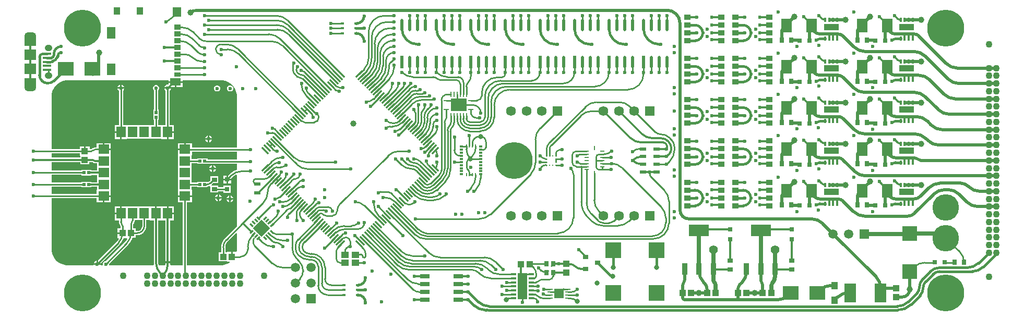
<source format=gbr>
%TF.GenerationSoftware,Altium Limited,Altium Designer,22.4.2 (48)*%
G04 Layer_Physical_Order=1*
G04 Layer_Color=255*
%FSLAX45Y45*%
%MOMM*%
%TF.SameCoordinates,1579B7B8-C0FA-446B-BA7A-E71437B095E0*%
%TF.FilePolarity,Positive*%
%TF.FileFunction,Copper,L1,Top,Signal*%
%TF.Part,Single*%
G01*
G75*
%TA.AperFunction,Conductor*%
%ADD10C,0.25400*%
%ADD11C,0.30000*%
%ADD12C,0.40000*%
%ADD13C,0.70000*%
%ADD14C,0.38100*%
%ADD15C,0.50000*%
%TA.AperFunction,SMDPad,CuDef*%
G04:AMPARAMS|DCode=16|XSize=0.3mm|YSize=1.5mm|CornerRadius=0mm|HoleSize=0mm|Usage=FLASHONLY|Rotation=315.000|XOffset=0mm|YOffset=0mm|HoleType=Round|Shape=Rectangle|*
%AMROTATEDRECTD16*
4,1,4,-0.63640,-0.42426,0.42426,0.63640,0.63640,0.42426,-0.42426,-0.63640,-0.63640,-0.42426,0.0*
%
%ADD16ROTATEDRECTD16*%

%ADD17R,1.10000X0.60000*%
%TA.AperFunction,SMDPad,SMDef*%
%ADD18R,0.47500X0.35000*%
%ADD19R,0.25000X0.47500*%
%TA.AperFunction,SMDPad,CuDef*%
%ADD20R,1.10000X1.05000*%
%ADD21R,1.05000X1.10000*%
%ADD22R,1.78000X2.16000*%
%ADD23R,0.51535X0.47247*%
%ADD24R,0.60000X0.40000*%
%ADD25R,0.90000X0.70000*%
%ADD26R,0.47247X0.51535*%
%ADD27R,0.80000X0.80000*%
%ADD28R,1.52500X0.65000*%
%ADD29R,0.80000X0.90000*%
%ADD30R,1.50000X1.60000*%
G04:AMPARAMS|DCode=31|XSize=0.85mm|YSize=0.25mm|CornerRadius=0.125mm|HoleSize=0mm|Usage=FLASHONLY|Rotation=0.000|XOffset=0mm|YOffset=0mm|HoleType=Round|Shape=RoundedRectangle|*
%AMROUNDEDRECTD31*
21,1,0.85000,0.00000,0,0,0.0*
21,1,0.60000,0.25000,0,0,0.0*
1,1,0.25000,0.30000,0.00000*
1,1,0.25000,-0.30000,0.00000*
1,1,0.25000,-0.30000,0.00000*
1,1,0.25000,0.30000,0.00000*
%
%ADD31ROUNDEDRECTD31*%
%ADD32R,0.85000X0.35000*%
%ADD33R,1.65000X4.25000*%
%ADD34R,0.90000X1.85000*%
%ADD35R,2.50000X2.30000*%
%ADD36R,3.20000X1.85000*%
%ADD37R,2.45000X2.35000*%
%ADD38R,0.80000X0.80000*%
%ADD39O,0.50000X2.00000*%
%ADD40R,0.50000X2.00000*%
%ADD41R,0.90000X0.80000*%
%ADD42R,2.50000X2.50000*%
%ADD43R,0.70000X0.90000*%
%ADD44R,1.00000X1.15000*%
%ADD45R,1.95580X3.14960*%
%ADD46R,1.14000X0.91000*%
%ADD47R,0.40640X0.68580*%
%ADD48R,2.43840X0.55880*%
%ADD49R,2.43840X1.04140*%
%TA.AperFunction,ConnectorPad*%
%ADD50R,1.35000X0.40000*%
%TA.AperFunction,SMDPad,CuDef*%
%ADD51R,1.50000X1.80000*%
%ADD52R,1.80000X1.50000*%
G04:AMPARAMS|DCode=53|XSize=0.3mm|YSize=1.5mm|CornerRadius=0mm|HoleSize=0mm|Usage=FLASHONLY|Rotation=45.000|XOffset=0mm|YOffset=0mm|HoleType=Round|Shape=Rectangle|*
%AMROTATEDRECTD53*
4,1,4,0.42426,-0.63640,-0.63640,0.42426,-0.42426,0.63640,0.63640,-0.42426,0.42426,-0.63640,0.0*
%
%ADD53ROTATEDRECTD53*%

%ADD54R,1.20000X1.00000*%
%ADD55R,0.67500X0.25000*%
%ADD56R,0.25000X0.67500*%
%ADD57R,0.85000X0.28000*%
%ADD58R,0.28000X0.85000*%
%ADD59R,2.55000X2.05000*%
%ADD60R,0.25000X0.27500*%
%ADD61R,0.27500X0.25000*%
%TA.AperFunction,ConnectorPad*%
%ADD62R,1.35000X1.90000*%
%ADD63R,1.00000X1.20000*%
%ADD64R,1.35000X1.55000*%
%ADD65R,1.10000X0.85000*%
%ADD66R,1.10000X0.75000*%
%ADD67R,1.80000X1.17000*%
%ADD68R,1.90000X1.80000*%
%TA.AperFunction,SMDPad,CuDef*%
%ADD69P,2.82843X4X180.0*%
G04:AMPARAMS|DCode=70|XSize=0.65mm|YSize=0.25mm|CornerRadius=0mm|HoleSize=0mm|Usage=FLASHONLY|Rotation=135.000|XOffset=0mm|YOffset=0mm|HoleType=Round|Shape=Rectangle|*
%AMROTATEDRECTD70*
4,1,4,0.31820,-0.14142,0.14142,-0.31820,-0.31820,0.14142,-0.14142,0.31820,0.31820,-0.14142,0.0*
%
%ADD70ROTATEDRECTD70*%

G04:AMPARAMS|DCode=71|XSize=0.65mm|YSize=0.25mm|CornerRadius=0mm|HoleSize=0mm|Usage=FLASHONLY|Rotation=45.000|XOffset=0mm|YOffset=0mm|HoleType=Round|Shape=Rectangle|*
%AMROTATEDRECTD71*
4,1,4,-0.14142,-0.31820,-0.31820,-0.14142,0.14142,0.31820,0.31820,0.14142,-0.14142,-0.31820,0.0*
%
%ADD71ROTATEDRECTD71*%

%TA.AperFunction,Conductor*%
%ADD72C,0.35000*%
%ADD73R,1.89997X1.57500*%
%TA.AperFunction,ComponentPad*%
%ADD74C,1.59000*%
%ADD75R,1.59000X1.59000*%
%ADD76C,1.10000*%
%ADD77C,4.30000*%
%ADD78C,1.50000*%
%ADD79R,1.50000X1.50000*%
%ADD80O,1.25000X1.05000*%
%ADD81O,1.90000X1.20000*%
%ADD82R,1.50000X1.50000*%
%TA.AperFunction,ViaPad*%
%ADD83C,0.60000*%
%ADD84C,0.80000*%
%ADD85C,1.00000*%
%ADD86C,6.00000*%
%ADD87C,0.50000*%
%ADD88C,1.40000*%
G36*
X4320089Y4790239D02*
X4366314Y4771092D01*
X4407915Y4743295D01*
X4443294Y4707915D01*
X4471092Y4666314D01*
X4490239Y4620089D01*
X4500000Y4571017D01*
Y4546000D01*
Y3708341D01*
X3775398D01*
Y3780402D01*
X3672698D01*
Y3680002D01*
X3659998D01*
Y3667302D01*
X3544598D01*
Y3579602D01*
X3549998D01*
Y3407698D01*
X3549998Y3395001D01*
X3549997D01*
Y3394997D01*
X3549998D01*
Y3204998D01*
Y3020398D01*
X3544598D01*
Y2932698D01*
X3659998D01*
X3775398D01*
Y3020398D01*
X3769998D01*
Y3076659D01*
X3856377D01*
Y3066376D01*
X4023624D01*
Y3077463D01*
X4045463Y3080339D01*
X4057300Y3085242D01*
X4070000Y3076756D01*
Y2980000D01*
X4200000D01*
Y3001659D01*
X4285000D01*
Y2970000D01*
X4405000D01*
Y3090000D01*
X4285000D01*
Y3068340D01*
X4200000D01*
Y3090000D01*
X4092132D01*
X4087821Y3102700D01*
X4098843Y3111157D01*
X4098575Y3111425D01*
X4117150Y3130000D01*
X4200000D01*
Y3240000D01*
X4070000D01*
Y3177151D01*
X4051425Y3158575D01*
X4050888Y3157772D01*
X4036324Y3148040D01*
X4034469Y3148546D01*
X4023624Y3153624D01*
X4023623Y3153624D01*
X4023623Y3153623D01*
X3856377D01*
Y3143340D01*
X3769998D01*
Y3204998D01*
Y3382300D01*
X3769998Y3394997D01*
X3769998D01*
Y3395001D01*
X3769998D01*
Y3456659D01*
X3859233D01*
Y3446376D01*
X4026480D01*
Y3446659D01*
X4500000D01*
Y3345389D01*
X4496341Y3344511D01*
X4454649Y3327241D01*
X4416171Y3303662D01*
X4381856Y3274354D01*
X4382030Y3274180D01*
X4363249Y3255400D01*
X4357700D01*
Y3202700D01*
X4410400D01*
Y3208249D01*
X4429181Y3227030D01*
X4430009Y3228270D01*
X4462377Y3254833D01*
X4489107Y3269121D01*
X4500000Y3262592D01*
Y2427151D01*
X4307993Y2235144D01*
X4307732Y2235405D01*
X4281643Y2203616D01*
X4262258Y2167348D01*
X4250320Y2127996D01*
X4246290Y2087070D01*
X4246659D01*
Y2010000D01*
X4207500D01*
Y1860000D01*
X4342100D01*
Y1854600D01*
X4382889D01*
X4386576Y1842447D01*
X4366314Y1828908D01*
X4320089Y1809761D01*
X4271017Y1800000D01*
X3693338D01*
Y2819599D01*
X3775398D01*
Y2907298D01*
X3659998D01*
X3544598D01*
Y2819599D01*
X3626657D01*
Y1800000D01*
X3424443D01*
X3415822Y1809326D01*
X3415892Y1810210D01*
X3415684D01*
Y2524599D01*
X3480398D01*
Y2627299D01*
X3379998D01*
Y2639999D01*
X3367298D01*
Y2755399D01*
X3202701D01*
Y2639999D01*
X3177301D01*
Y2755399D01*
X3089601D01*
Y2749999D01*
X2720400D01*
Y2755399D01*
X2632700D01*
Y2639999D01*
X2620000D01*
Y2627299D01*
X2519600D01*
Y2524599D01*
X2586659D01*
Y2499143D01*
X2586848Y2498195D01*
X2589020Y2481693D01*
X2595756Y2465433D01*
X2605889Y2452226D01*
X2606425Y2451425D01*
X2606219Y2451218D01*
X2610029Y2445515D01*
X2611368Y2438787D01*
X2611659D01*
Y2400400D01*
X2567100D01*
Y2332700D01*
X2645000D01*
Y2307300D01*
X2567100D01*
Y2239600D01*
X2581863D01*
X2588392Y2228707D01*
X2578888Y2210927D01*
X2555149Y2182001D01*
X2554249Y2181399D01*
X2247700Y1874850D01*
Y1827700D01*
X2294851D01*
X2601400Y2134249D01*
X2601843Y2133805D01*
X2634590Y2173708D01*
X2658924Y2219232D01*
X2665102Y2239600D01*
X2719814D01*
X2728713Y2229308D01*
X2718889Y2210927D01*
X2695150Y2182001D01*
X2694250Y2181400D01*
X2377849Y1865000D01*
X2365054D01*
X2346677Y1857388D01*
X2332612Y1843323D01*
X2325000Y1824946D01*
Y1805055D01*
X2321623Y1800000D01*
X2293060D01*
X2291523Y1802300D01*
X2178477D01*
X2176941Y1800000D01*
X1728983D01*
X1679911Y1809761D01*
X1633686Y1828908D01*
X1592084Y1856705D01*
X1556705Y1892084D01*
X1528908Y1933686D01*
X1509761Y1979911D01*
X1500000Y2028983D01*
Y2054000D01*
Y2450000D01*
Y2891659D01*
X2224601D01*
Y2819599D01*
X2327300D01*
Y2919998D01*
X2340000D01*
Y2932698D01*
X2455400D01*
Y3020398D01*
X2450000D01*
Y3204998D01*
Y3382300D01*
X2450000Y3394997D01*
X2450001D01*
Y3395001D01*
X2450000D01*
Y3579602D01*
X2455400D01*
Y3667302D01*
X2340000D01*
Y3680002D01*
X2327300D01*
Y3780402D01*
X2224601D01*
Y3713343D01*
X2211218D01*
Y3713426D01*
X2189311Y3710542D01*
X2168896Y3702086D01*
X2151366Y3688634D01*
X2151218Y3688782D01*
X2145515Y3684971D01*
X2138787Y3683632D01*
Y3683341D01*
X2115400D01*
Y3727900D01*
X2047700D01*
Y3650000D01*
X2022300D01*
Y3727900D01*
X1954600D01*
Y3683341D01*
X1500000D01*
Y4546000D01*
Y4571017D01*
X1509761Y4620089D01*
X1528908Y4666314D01*
X1556705Y4707915D01*
X1592084Y4743295D01*
X1633686Y4771092D01*
X1679911Y4790239D01*
X1728983Y4800000D01*
X3390849D01*
Y4787948D01*
X3506249D01*
X3621649D01*
Y4800000D01*
X4271017D01*
X4320089Y4790239D01*
D02*
G37*
G36*
X1954600Y3572100D02*
X1960000D01*
Y3545686D01*
X1500000D01*
Y3616660D01*
X1954600D01*
Y3572100D01*
D02*
G37*
G36*
X4500000Y3513340D02*
X4026480D01*
Y3533623D01*
X3859233D01*
Y3523340D01*
X3769998D01*
Y3579602D01*
X3775398D01*
Y3641659D01*
X4500000D01*
Y3513340D01*
D02*
G37*
G36*
X2154194Y3474314D02*
X2154229Y3474230D01*
X2154773Y3474004D01*
X2162578Y3468731D01*
X2165647Y3466529D01*
X2169273Y3463747D01*
X2186093Y3456780D01*
X2202817Y3454578D01*
X2204143Y3454314D01*
X2230001D01*
Y3407698D01*
X2230000Y3395001D01*
X2230000D01*
Y3394997D01*
X2230001D01*
Y3335686D01*
X2143624D01*
Y3343623D01*
X1976377D01*
Y3333341D01*
X1500000D01*
Y3474314D01*
X1960000D01*
Y3437500D01*
X2110000D01*
Y3474314D01*
X2143480D01*
X2154194Y3474314D01*
D02*
G37*
G36*
X1976377Y3256377D02*
X2143624D01*
Y3264314D01*
X2230001D01*
Y3204998D01*
Y3145686D01*
X2143623D01*
Y3153623D01*
X1976376D01*
Y3143340D01*
X1500000D01*
Y3266659D01*
X1976377D01*
Y3256377D01*
D02*
G37*
G36*
X1976376Y3066376D02*
X2143623D01*
Y3074314D01*
X2230001D01*
Y3020398D01*
X2224601D01*
Y2958341D01*
X1500000D01*
Y3076659D01*
X1976376D01*
Y3066376D01*
D02*
G37*
G36*
X2966659Y2434999D02*
X2966700Y2434788D01*
X2963944Y2413846D01*
X2955779Y2394135D01*
X2942791Y2377208D01*
X2925864Y2364220D01*
X2906153Y2356055D01*
X2885211Y2353299D01*
X2885000Y2353340D01*
X2857500D01*
Y2395000D01*
X2818341D01*
Y2453411D01*
X2818956Y2465857D01*
X2819011Y2465990D01*
X2818635Y2466366D01*
X2832086Y2483896D01*
X2840542Y2504311D01*
X2843426Y2526218D01*
X2854560Y2529999D01*
X2966659D01*
Y2434999D01*
D02*
G37*
G36*
X3089601Y2524599D02*
X3154316D01*
Y1840207D01*
X3154108D01*
X3156538Y1809326D01*
X3147917Y1800000D01*
X2428377D01*
X2425000Y1805055D01*
Y1817849D01*
X2741400Y2134249D01*
X2741844Y2133806D01*
X2774591Y2173708D01*
X2798924Y2219232D01*
X2806741Y2245000D01*
X2857500D01*
Y2286659D01*
X2885000D01*
Y2286585D01*
X2913954Y2289437D01*
X2941795Y2297883D01*
X2967454Y2311597D01*
X2989944Y2330055D01*
X3008402Y2352545D01*
X3022116Y2378204D01*
X3030562Y2406045D01*
X3033414Y2434999D01*
X3033340D01*
Y2529999D01*
X3089601D01*
Y2524599D01*
D02*
G37*
G36*
X4500000Y2316256D02*
Y2054000D01*
Y2028983D01*
X4497298Y2015400D01*
X4432700D01*
Y1935000D01*
X4407300D01*
Y2015400D01*
X4342100D01*
Y2010000D01*
X4313340D01*
Y2087070D01*
X4312981Y2088875D01*
X4317627Y2124165D01*
X4331945Y2158732D01*
X4353614Y2186971D01*
X4355144Y2187993D01*
X4488267Y2321116D01*
X4500000Y2316256D01*
D02*
G37*
G36*
X3344313Y1810210D02*
X3336283Y1800000D01*
X3229178D01*
X3225373Y1838629D01*
X3225687Y1840207D01*
Y2524599D01*
X3344313D01*
Y1810210D01*
D02*
G37*
%LPC*%
G36*
X3621649Y4762548D02*
X3518949D01*
Y4691348D01*
X3621649D01*
Y4762548D01*
D02*
G37*
G36*
X3493549D02*
X3390849D01*
Y4736938D01*
X3384971Y4730400D01*
X3368979D01*
X3348617Y4721966D01*
X3333032Y4706381D01*
X3325294Y4687700D01*
X3439038D01*
X3446938Y4691348D01*
X3493549D01*
Y4762548D01*
D02*
G37*
G36*
X2632700Y4729704D02*
Y4687700D01*
X2674704D01*
X2666966Y4706381D01*
X2651381Y4721966D01*
X2632700Y4729704D01*
D02*
G37*
G36*
X2607300D02*
X2588618Y4721966D01*
X2573034Y4706381D01*
X2565296Y4687700D01*
X2607300D01*
Y4729704D01*
D02*
G37*
G36*
X4399946Y4720000D02*
X4380054D01*
X4361677Y4712388D01*
X4347612Y4698323D01*
X4340000Y4679946D01*
Y4660054D01*
X4347612Y4641677D01*
X4361677Y4627612D01*
X4380054Y4620000D01*
X4399946D01*
X4418323Y4627612D01*
X4432388Y4641677D01*
X4440000Y4660054D01*
Y4679946D01*
X4432388Y4698323D01*
X4418323Y4712388D01*
X4399946Y4720000D01*
D02*
G37*
G36*
X4189946D02*
X4170054D01*
X4151677Y4712388D01*
X4137612Y4698323D01*
X4130000Y4679946D01*
Y4660054D01*
X4137612Y4641677D01*
X4151677Y4627612D01*
X4170054Y4620000D01*
X4189946D01*
X4208323Y4627612D01*
X4222388Y4641677D01*
X4230000Y4660054D01*
Y4679946D01*
X4222388Y4698323D01*
X4208323Y4712388D01*
X4189946Y4720000D01*
D02*
G37*
G36*
X3199946Y4725000D02*
X3180054D01*
X3161677Y4717388D01*
X3147612Y4703323D01*
X3140000Y4684946D01*
Y4665054D01*
X3147612Y4646677D01*
X3156659Y4637630D01*
Y4323623D01*
X3146376D01*
Y4232089D01*
Y4156376D01*
X3156659D01*
Y4070001D01*
X3095001Y4070002D01*
X3082301Y4070001D01*
X2720400D01*
Y4075401D01*
X2653340D01*
Y4629993D01*
X2666966Y4643619D01*
X2674704Y4662300D01*
X2565296D01*
X2573034Y4643619D01*
X2586659Y4629993D01*
Y4075401D01*
X2519600D01*
Y3972701D01*
X2620000D01*
Y3960001D01*
X2632700D01*
Y3844602D01*
X2720400D01*
Y3850002D01*
X3082301D01*
X3094999Y3850001D01*
X3107699Y3850002D01*
X3279598D01*
Y3844602D01*
X3367298D01*
Y3960001D01*
X3379998D01*
Y3972701D01*
X3480398D01*
Y4075401D01*
X3413339D01*
Y4629993D01*
X3426964Y4643619D01*
X3434702Y4662300D01*
X3325294D01*
X3333032Y4643619D01*
X3346658Y4629993D01*
Y4075401D01*
X3279598D01*
Y4070001D01*
X3223341D01*
Y4156376D01*
X3233623D01*
Y4232089D01*
Y4323623D01*
X3223341D01*
Y4637630D01*
X3232388Y4646677D01*
X3240000Y4665054D01*
Y4684946D01*
X3232388Y4703323D01*
X3218323Y4717388D01*
X3199946Y4725000D01*
D02*
G37*
G36*
X4057700Y3904704D02*
Y3862700D01*
X4099704D01*
X4091966Y3881381D01*
X4076381Y3896966D01*
X4057700Y3904704D01*
D02*
G37*
G36*
X4032300D02*
X4013619Y3896966D01*
X3998034Y3881381D01*
X3990296Y3862700D01*
X4032300D01*
Y3904704D01*
D02*
G37*
G36*
X3480398Y3947301D02*
X3392698D01*
Y3844602D01*
X3480398D01*
Y3947301D01*
D02*
G37*
G36*
X2607300D02*
X2519600D01*
Y3844602D01*
X2607300D01*
Y3947301D01*
D02*
G37*
G36*
X4099704Y3837300D02*
X4057700D01*
Y3795296D01*
X4076381Y3803034D01*
X4091966Y3818618D01*
X4099704Y3837300D01*
D02*
G37*
G36*
X4032300D02*
X3990296D01*
X3998034Y3818618D01*
X4013619Y3803034D01*
X4032300Y3795296D01*
Y3837300D01*
D02*
G37*
G36*
X2455400Y3780402D02*
X2352700D01*
Y3692702D01*
X2455400D01*
Y3780402D01*
D02*
G37*
G36*
X3647298D02*
X3544598D01*
Y3692702D01*
X3647298D01*
Y3780402D01*
D02*
G37*
G36*
X4122700Y3424704D02*
Y3382700D01*
X4164704D01*
X4156966Y3401382D01*
X4141381Y3416966D01*
X4122700Y3424704D01*
D02*
G37*
G36*
X4097300D02*
X4078618Y3416966D01*
X4063034Y3401382D01*
X4055296Y3382700D01*
X4097300D01*
Y3424704D01*
D02*
G37*
G36*
X4164704Y3357300D02*
X4122700D01*
Y3315296D01*
X4141381Y3323034D01*
X4156966Y3338619D01*
X4164704Y3357300D01*
D02*
G37*
G36*
X4097300D02*
X4055296D01*
X4063034Y3338619D01*
X4078618Y3323034D01*
X4097300Y3315296D01*
Y3357300D01*
D02*
G37*
G36*
X4332300Y3255400D02*
X4279600D01*
Y3202700D01*
X4332300D01*
Y3255400D01*
D02*
G37*
G36*
X4410400Y3177300D02*
X4357700D01*
Y3124600D01*
X4410400D01*
Y3177300D01*
D02*
G37*
G36*
X4332300D02*
X4279600D01*
Y3124600D01*
X4332300D01*
Y3177300D01*
D02*
G37*
G36*
X4212700Y2944704D02*
Y2902700D01*
X4254704D01*
X4246966Y2921382D01*
X4231381Y2936966D01*
X4212700Y2944704D01*
D02*
G37*
G36*
X4187300D02*
X4168619Y2936966D01*
X4153034Y2921382D01*
X4145296Y2902700D01*
X4187300D01*
Y2944704D01*
D02*
G37*
G36*
X4402700Y2929704D02*
Y2887700D01*
X4444704D01*
X4436966Y2906382D01*
X4421382Y2921966D01*
X4402700Y2929704D01*
D02*
G37*
G36*
X4377300D02*
X4358619Y2921966D01*
X4343034Y2906382D01*
X4335296Y2887700D01*
X4377300D01*
Y2929704D01*
D02*
G37*
G36*
X4254704Y2877300D02*
X4212700D01*
Y2835296D01*
X4231381Y2843034D01*
X4246966Y2858619D01*
X4254704Y2877300D01*
D02*
G37*
G36*
X4187300D02*
X4145296D01*
X4153034Y2858619D01*
X4168619Y2843034D01*
X4187300Y2835296D01*
Y2877300D01*
D02*
G37*
G36*
X4444704Y2862300D02*
X4402700D01*
Y2820296D01*
X4421382Y2828034D01*
X4436966Y2843619D01*
X4444704Y2862300D01*
D02*
G37*
G36*
X4377300D02*
X4335296D01*
X4343034Y2843619D01*
X4358619Y2828034D01*
X4377300Y2820296D01*
Y2862300D01*
D02*
G37*
G36*
X2455400Y2907298D02*
X2352700D01*
Y2819599D01*
X2455400D01*
Y2907298D01*
D02*
G37*
G36*
X3480398Y2755399D02*
X3392698D01*
Y2652699D01*
X3480398D01*
Y2755399D01*
D02*
G37*
G36*
X2607300D02*
X2519600D01*
Y2652699D01*
X2607300D01*
Y2755399D01*
D02*
G37*
G36*
X2222300Y1869704D02*
X2203619Y1861966D01*
X2188034Y1846381D01*
X2180296Y1827700D01*
X2222300D01*
Y1869704D01*
D02*
G37*
%LPD*%
D10*
X3659998Y1661216D02*
G03*
X3674999Y1625000I51217J0D01*
G01*
X7135211Y3650000D02*
G03*
X6955605Y3575605I0J-254000D01*
G01*
X6179497Y2799497D02*
G03*
X6130000Y2680000I119497J-119497D01*
G01*
X6050000Y2600000D02*
G03*
X6130000Y2680000I0J80000D01*
G01*
X6050000Y2675000D02*
G03*
X5980000Y2745000I-70000J0D01*
G01*
X5898787Y2621213D02*
G03*
X5950000Y2600000I51213J51213D01*
G01*
X5890000Y2630000D02*
G03*
X5865858Y2640000I-24142J-24142D01*
G01*
X5841559Y2632375D02*
G03*
X5841534Y2632351I18441J-18490D01*
G01*
X5860000Y2640000D02*
G03*
X5841559Y2632375I0J-26114D01*
G01*
X10750711Y3379289D02*
G03*
X10580000Y3450000I-170711J-170711D01*
G01*
X11460000Y2564790D02*
G03*
X11385605Y2744395I-254000J0D01*
G01*
X11240400Y2270400D02*
G03*
X11460000Y2490000I0J219600D01*
G01*
X11256000Y2225000D02*
G03*
X11510000Y2479000I0J254000D01*
G01*
X9960000Y3273432D02*
G03*
X9920000Y3370000I-136568J0D01*
G01*
X10092432Y3600002D02*
G03*
X10020000Y3570000I0J-102434D01*
G01*
X9706000Y2315800D02*
G03*
X9960000Y2569800I0J254000D01*
G01*
X7442815Y2384395D02*
G03*
X7558584Y2318153I179605J179605D01*
G01*
X7558585Y2318153D02*
G03*
X7560794Y2317704I6155J24644D01*
G01*
X7578060Y2315847D02*
G03*
X7579499Y2315800I1553J25353D01*
G01*
X7560794Y2317704D02*
G03*
X7578060Y2315847I30920J206296D01*
G01*
X7576916Y2270432D02*
G03*
X7578081Y2270400I1279J25368D01*
G01*
X7412108Y2344395D02*
G03*
X7576916Y2270431I179605J179605D01*
G01*
X7386394Y2299395D02*
G03*
X7565999Y2225000I179605J179605D01*
G01*
X11510000Y2834789D02*
G03*
X11435605Y3014395I-254000J0D01*
G01*
X11525605Y3488105D02*
G03*
X11600000Y3667710I-179605J179605D01*
G01*
X11286115Y3963888D02*
G03*
X11380000Y3925000I93885J93885D01*
G01*
X11600000Y3719289D02*
G03*
X11550000Y3840000I-170710J0D01*
G01*
X11525104Y3864896D02*
G03*
X11380000Y3925000I-145104J-145104D01*
G01*
X10260212Y4300002D02*
G03*
X10080607Y4225607I0J-254000D01*
G01*
X10299998Y2855215D02*
G03*
X10374393Y2675609I254000J0D01*
G01*
X9605000Y3750000D02*
G03*
X9575000Y3677575I72426J-72426D01*
G01*
X7622726Y3635724D02*
G03*
X7622711Y3635709I30724J-30724D01*
G01*
D02*
G03*
X7610000Y3605000I30739J-30709D01*
G01*
X10173750Y2811461D02*
G03*
X10248144Y2631856I254000J0D01*
G01*
X10616790Y2516794D02*
G03*
X10616813Y2516817I-76790J76837D01*
G01*
X10540000Y2485000D02*
G03*
X10616790Y2516794I0J108630D01*
G01*
X10360000Y2520000D02*
G03*
X10444498Y2485000I84497J84497D01*
G01*
X9455000Y3545000D02*
G03*
X9503278Y3525002I48279J48279D01*
G01*
X7552624Y3636336D02*
G03*
X7550000Y3630000I6336J-6336D01*
G01*
X10868646Y4381358D02*
G03*
X10715000Y4445000I-153646J-153646D01*
G01*
X10335210D02*
G03*
X10155605Y4370605I0J-254000D01*
G01*
X10684388Y2439600D02*
G03*
X10863993Y2513995I0J254000D01*
G01*
X10256004D02*
G03*
X10435609Y2439600I179605J179605D01*
G01*
X10010000Y3650000D02*
G03*
X9940000Y3580000I0J-70000D01*
G01*
Y3470000D02*
G03*
X10010000Y3400000I70000J0D01*
G01*
X10091875D02*
G03*
X10090000Y3398125I0J-1875D01*
G01*
X9575000Y3790000D02*
G03*
X9523748Y3666268I123732J-123732D01*
G01*
X7490000Y3690000D02*
G03*
X7567812Y3722231I0J110043D01*
G01*
X10020000Y3470000D02*
G03*
X10068284Y3450000I48284J48284D01*
G01*
X11034678Y3687501D02*
G03*
X10920000Y3640000I0J-162180D01*
G01*
X11200001Y3285351D02*
G03*
X11225000Y3225000I85350J0D01*
G01*
X9762426Y3675000D02*
G03*
X9690000Y3645000I0J-102426D01*
G01*
X9442678Y3392678D02*
G03*
X9425000Y3350000I42678J-42678D01*
G01*
X9517432Y3425003D02*
G03*
X9445000Y3395000I0J-102435D01*
G01*
X5950000Y2675000D02*
G03*
X5901716Y2695000I-48284J-48284D01*
G01*
X9690000Y3645000D02*
G03*
X9676250Y3611805I33196J-33196D01*
G01*
X5870000Y2745000D02*
G03*
X5772289Y2704527I0J-138184D01*
G01*
X5870000Y2695000D02*
G03*
X5807650Y2669174I0J-88176D01*
G01*
X9470002Y1330001D02*
G03*
X9518287Y1310001I48285J48285D01*
G01*
X2717825Y2157825D02*
G03*
X2785000Y2320000I-162175J162175D01*
G01*
X2577824Y2157824D02*
G03*
X2645000Y2320000I-162176J162176D01*
G01*
Y2438787D02*
G03*
X2630000Y2475000I-51212J0D01*
G01*
X10154998Y1930001D02*
G03*
X10144390Y1955609I-36216J0D01*
G01*
X7166424Y2024395D02*
G03*
X7346029Y1950000I179605J179605D01*
G01*
X7170710Y1949395D02*
G03*
X7350315Y1875000I179605J179605D01*
G01*
X6985355Y4050000D02*
G03*
X6925000Y4025000I0J-85355D01*
G01*
Y4150000D02*
G03*
X7033640Y4105000I108640J108640D01*
G01*
X7060000D02*
G03*
X7131793Y4134737I0J101530D01*
G01*
X5575000Y3075000D02*
G03*
X5457842Y3026471I0J-165686D01*
G01*
X5575000Y3175000D02*
G03*
X5507836Y3147180I0J-94984D01*
G01*
X7025000Y4050000D02*
G03*
X7183355Y4115593I0J223948D01*
G01*
X5455000Y3200000D02*
G03*
X5525000Y3270000I0J70000D01*
G01*
X5455000Y3200000D02*
G03*
X5393946Y3174710I0J-86344D01*
G01*
X6115000Y1900000D02*
G03*
X6180000Y1835000I65000J0D01*
G01*
X6137833Y2080123D02*
G03*
X6115000Y2025000I55123J-55123D01*
G01*
X7450000Y4400000D02*
G03*
X7440000Y4375858I24142J-24142D01*
G01*
X7525000Y4320000D02*
G03*
X7550000Y4380355I-60355J60355D01*
G01*
X7457248Y4035929D02*
G03*
X7490000Y4115000I-79070J79070D01*
G01*
X7525000Y4320000D02*
G03*
X7490000Y4235503I84497J-84497D01*
G01*
X7642929Y4382929D02*
G03*
X7650000Y4400000I-17071J17071D01*
G01*
X7600000Y4340000D02*
G03*
X7540000Y4195147I144853J-144853D01*
G01*
X7394600Y4277681D02*
G03*
X7375000Y4325000I-66919J0D01*
G01*
X7387201Y4107303D02*
G03*
X7394600Y4125224I-18001J17920D01*
G01*
X7425431Y4074826D02*
G03*
X7440000Y4110000I-35174J35174D01*
G01*
X7496141Y4004116D02*
G03*
X7540000Y4110000I-105884J105884D01*
G01*
X7750000Y4350000D02*
G03*
X7590000Y4190000I0J-160000D01*
G01*
X7589952Y4145626D02*
G03*
X7589600Y4135000I160048J-10626D01*
G01*
X7589952Y4145626D02*
G03*
X7590000Y4147072I-25352J1560D01*
G01*
X7516669Y3953930D02*
G03*
X7589600Y4130000I-176071J176071D01*
G01*
X7565388Y3931942D02*
G03*
X7635000Y4100000I-168058J168058D01*
G01*
X7636096Y3931935D02*
G03*
X7685000Y4050000I-118065J118065D01*
G01*
X7750000Y4250000D02*
G03*
X7635000Y4135000I0J-115000D01*
G01*
X7750000Y4150000D02*
G03*
X7685000Y4085000I0J-65000D01*
G01*
X9380002Y1205001D02*
G03*
X9325002Y1260001I-55000J0D01*
G01*
X7050000Y5250000D02*
G03*
X6920000Y5120000I0J-130000D01*
G01*
X6845605Y4838498D02*
G03*
X6920000Y5018103I-179605J179605D01*
G01*
X6825891Y5245000D02*
G03*
X6825800Y5242964I25309J-2150D01*
G01*
X6751405Y4886405D02*
G03*
X6825800Y5066010I-179605J179605D01*
G01*
X6941700Y5750000D02*
G03*
X6687700Y5496000I0J-254000D01*
G01*
X6684317Y5117315D02*
G03*
X6687700Y5162366I-298317J45051D01*
G01*
X6684317Y5117315D02*
G03*
X6684145Y5115840I25133J-3676D01*
G01*
X6610605Y4957054D02*
G03*
X6684145Y5115840I-179605J179605D01*
G01*
X7050000Y5350000D02*
G03*
X6871381Y5192259I0J-180000D01*
G01*
X6796805Y4860412D02*
G03*
X6871200Y5040017I-179605J179605D01*
G01*
X7072319Y2825605D02*
G03*
X6892714Y2900000I-179605J-179605D01*
G01*
X6836214Y2990000D02*
G03*
X6800000Y2975000I0J-51214D01*
G01*
X6998876Y2969755D02*
G03*
X6950000Y2990000I-48876J-48876D01*
G01*
X5125000Y2875000D02*
G03*
X5193199Y2903249I0J96448D01*
G01*
X5425000Y3275000D02*
G03*
X5422499Y3273971I0J-3552D01*
G01*
D02*
G03*
X5422488Y3273960I2501J-2523D01*
G01*
X5145000Y3390000D02*
G03*
X5092533Y3368268I0J-74200D01*
G01*
X5215503Y3390000D02*
G03*
X5300000Y3425000I0J119497D01*
G01*
X5059119Y3122726D02*
G03*
X5000000Y2980000I142726J-142726D01*
G01*
X5197801Y3261408D02*
G03*
X5220000Y3315000I-53592J53592D01*
G01*
X5109321Y4010784D02*
G03*
X5109296Y4010809I-34321J-34321D01*
G01*
D02*
G03*
X5075000Y4025000I-34296J-34345D01*
G01*
X5113114Y3936284D02*
G03*
X5080000Y3950000I-33114J-33114D01*
G01*
X5190000Y3465000D02*
G03*
X5068029Y3414478I0J-172492D01*
G01*
X6725000Y2783157D02*
G03*
X6799395Y2603552I254000J0D01*
G01*
X7290000Y2780000D02*
G03*
X7375355Y2815356I0J120711D01*
G01*
X7237669Y2801676D02*
G03*
X7290000Y2780000I52331J52331D01*
G01*
X4906399Y2174395D02*
G03*
X5086005Y2100000I179605J179605D01*
G01*
X4754396Y2279751D02*
G03*
X4680001Y2100145I179605J-179605D01*
G01*
X4557501Y1935000D02*
G03*
X4680001Y2057500I0J122500D01*
G01*
X4782429Y2237077D02*
G03*
X4765000Y2195000I42077J-42077D01*
G01*
Y2168284D02*
G03*
X4785000Y2120000I68284J0D01*
G01*
X4331569Y2211569D02*
G03*
X4280000Y2087070I124498J-124498D01*
G01*
X2885000Y2320000D02*
G03*
X2999999Y2434999I0J114999D01*
G01*
X2795000Y2490000D02*
G03*
X2785000Y2465858I24142J-24142D01*
G01*
X2795000Y2490000D02*
G03*
X2810002Y2526218I-36218J36218D01*
G01*
X5764741Y4274605D02*
G03*
X5800000Y4260000I35260J35260D01*
G01*
X5805264Y4254736D02*
G03*
X5805251Y4254749I-59762J-59736D01*
G01*
X5830000Y4195000D02*
G03*
X5805264Y4254736I-84498J0D01*
G01*
X5754037Y4120000D02*
G03*
X5806894Y4141894I0J74750D01*
G01*
X5541598Y4144191D02*
G03*
X5600000Y4120000I58402J58402D01*
G01*
X5808787Y4143787D02*
G03*
X5830000Y4195000I-51213J51213D01*
G01*
X5550000Y4735977D02*
G03*
X5624395Y4556372I254000J0D01*
G01*
X5625000Y4675000D02*
G03*
X5659314Y4592160I117154J0D01*
G01*
X6265000Y2320000D02*
G03*
X6215987Y2299698I0J-69315D01*
G01*
X8300608Y3055608D02*
G03*
X8375003Y3235213I-179605J179605D01*
G01*
X8381857Y3031857D02*
G03*
X8456252Y3211462I-179605J179605D01*
G01*
X6354289Y2435000D02*
G03*
X6475000Y2485000I0J170711D01*
G01*
X6467700Y2385000D02*
G03*
X6570000Y2487300I0J102300D01*
G01*
X6244371Y2435000D02*
G03*
X6064766Y2360605I0J-254000D01*
G01*
X6265078Y2385000D02*
G03*
X6085473Y2310605I0J-254000D01*
G01*
X8540000Y3805000D02*
G03*
X8455000Y3890000I-85000J0D01*
G01*
X8439498D02*
G03*
X8355000Y3855000I0J-119498D01*
G01*
X5537229Y2681594D02*
G03*
X5520000Y2640000I41594J-41594D01*
G01*
D02*
G03*
X5562426Y2537574I144853J0D01*
G01*
X5470000Y2537071D02*
G03*
X5475000Y2525000I17071J0D01*
G01*
X5501876Y2716956D02*
G03*
X5470000Y2640000I76956J-76956D01*
G01*
X7732416Y3957549D02*
G03*
X7750000Y4000000I-42451J42451D01*
G01*
X8434790Y2550000D02*
G03*
X8614395Y2624395I0J254000D01*
G01*
X9270605Y3280605D02*
G03*
X9345000Y3460211I-179605J179605D01*
G01*
X9419395Y4019395D02*
G03*
X9345000Y3839790I179605J-179605D01*
G01*
X7167825Y3432175D02*
G03*
X7330000Y3365000I162175J162175D01*
G01*
X7417832Y3328619D02*
G03*
X7330000Y3365000I-87832J-87832D01*
G01*
X7242598Y3457402D02*
G03*
X7345000Y3415000I102402J102452D01*
G01*
X7242573Y3457426D02*
G03*
X7242598Y3457402I102427J102427D01*
G01*
X7442574Y3374584D02*
G03*
X7345000Y3415000I-97574J-97574D01*
G01*
X7315251Y3484749D02*
G03*
X7375000Y3460000I59749J59749D01*
G01*
X7465257Y3422614D02*
G03*
X7375000Y3460000I-90257J-90257D01*
G01*
X7475000Y3483579D02*
G03*
X7375000Y3525000I-100000J-100000D01*
G01*
X7580000Y3490000D02*
G03*
X7608763Y3420530I98276J0D01*
G01*
D02*
G03*
X7608784Y3420508I69513J69470D01*
G01*
X7679289Y2905000D02*
G03*
X7800000Y2955000I0J170710D01*
G01*
X7694790Y2855000D02*
G03*
X7874395Y2929395I0J254000D01*
G01*
X7392793D02*
G03*
X7572398Y2855000I179605J179605D01*
G01*
X7413500Y2979395D02*
G03*
X7593105Y2905000I179605J179605D01*
G01*
X7547787Y1365000D02*
G03*
X7553800Y1367491I0J8504D01*
G01*
X7367299Y1399256D02*
G03*
X7449850Y1365000I82701J82701D01*
G01*
X7269616Y1567647D02*
G03*
X7445000Y1495000I175384J175384D01*
G01*
X8475000Y1725000D02*
G03*
X8354290Y1775000I-120710J-120710D01*
G01*
X8580604Y1724396D02*
G03*
X8760209Y1650001I179605J179605D01*
G01*
X8554395Y1750605D02*
G03*
X8374790Y1825000I-179605J-179605D01*
G01*
X8699395Y1850605D02*
G03*
X8519790Y1925000I-179605J-179605D01*
G01*
X7615687Y1999395D02*
G03*
X7795293Y1925000I179605J179605D01*
G01*
X8624395Y1800605D02*
G03*
X8444790Y1875000I-179605J-179605D01*
G01*
X8440605Y1659395D02*
G03*
X8620210Y1585000I179605J179605D01*
G01*
X8425000Y1675000D02*
G03*
X8304289Y1725000I-120711J-120711D01*
G01*
X7150003Y1899395D02*
G03*
X7329608Y1825000I179605J179605D01*
G01*
X7129289Y1849395D02*
G03*
X7308894Y1775000I179605J179605D01*
G01*
X7108582Y1799395D02*
G03*
X7288187Y1725000I179605J179605D01*
G01*
X10090000Y2830210D02*
G03*
X10196214Y2573786I362639J-1D01*
G01*
X6803968Y2740400D02*
G03*
X6803983Y2740385I9630J9600D01*
G01*
X6800000Y2750000D02*
G03*
X6803968Y2740400I13597J0D01*
G01*
X7438786Y4635000D02*
G03*
X7475000Y4650000I0J51214D01*
G01*
X6964432Y4603775D02*
G03*
X7025000Y4750000I-146225J146225D01*
G01*
X7085140Y4653769D02*
G03*
X7125000Y4750000I-96231J96231D01*
G01*
X7663787Y4485000D02*
G03*
X7700000Y4500000I0J51213D01*
G01*
X7516551Y4485000D02*
G03*
X7336946Y4410605I0J-254000D01*
G01*
X7588787Y4535000D02*
G03*
X7625000Y4550000I0J51213D01*
G01*
X7470000Y4535000D02*
G03*
X7334514Y4478880I0J-191606D01*
G01*
X7513787Y4585000D02*
G03*
X7550000Y4600000I0J51213D01*
G01*
X7425000Y4585000D02*
G03*
X7330973Y4546053I0J-132975D01*
G01*
X7400000Y4635000D02*
G03*
X7313302Y4599088I0J-122610D01*
G01*
X7400000Y4700000D02*
G03*
X7303546Y4660048I0J-136406D01*
G01*
X7325000Y4750000D02*
G03*
X7321230Y4748438I0J-5331D01*
G01*
X7205854Y4703776D02*
G03*
X7225000Y4750000I-46224J46224D01*
G01*
X7179604Y4929395D02*
G03*
X7359209Y4855000I179605J179605D01*
G01*
X7735492Y3394940D02*
G03*
X7750000Y3430000I-35108J35060D01*
G01*
X7735468Y3394916D02*
G03*
X7735492Y3394940I-35084J35084D01*
G01*
X7750000Y3610000D02*
G03*
X7733848Y3648994I-55145J0D01*
G01*
X7755000Y4825000D02*
G03*
X7682574Y4855000I-72426J-72426D01*
G01*
X7755000Y4825000D02*
G03*
X7792179Y4809600I37179J37179D01*
G01*
X8064214Y4809391D02*
G03*
X8061074Y4809600I-3254J-25191D01*
G01*
X8124998Y4740002D02*
G03*
X8064214Y4809391I-69998J0D01*
G01*
X7739604Y4929395D02*
G03*
X7919209Y4855000I179605J179605D01*
G01*
X8175001Y4769999D02*
G03*
X8090000Y4855000I-85001J0D01*
G01*
X8250000Y4760000D02*
G03*
X8224998Y4699640I60360J-60360D01*
G01*
X8250000Y4760000D02*
G03*
X8298997Y4878290I-118290J118290D01*
G01*
X6975605Y4827077D02*
G03*
X7050000Y5006682I-179605J179605D01*
G01*
X6895605Y4817791D02*
G03*
X6970000Y4997396I-179605J179605D01*
G01*
X9434641Y1715359D02*
G03*
X9520002Y1680001I85361J85361D01*
G01*
X9258532Y1811468D02*
G03*
X9250002Y1815001I-8530J-8530D01*
G01*
X9262073Y1820001D02*
G03*
X9250002Y1815001I0J-17071D01*
G01*
X9355000Y1665502D02*
G03*
X9320000Y1750000I-119498J0D01*
G01*
X9325001Y1585001D02*
G03*
X9355000Y1615000I0J29999D01*
G01*
X9462428Y1565001D02*
G03*
X9390002Y1535002I0J-102426D01*
G01*
X9353789Y1520002D02*
G03*
X9390002Y1535002I0J51213D01*
G01*
X6998284Y5098284D02*
G03*
X6970000Y5030000I68284J-68284D01*
G01*
X6706005Y4911033D02*
G03*
X6780400Y5090638I-179605J179605D01*
G01*
X6660605Y4936340D02*
G03*
X6735000Y5115945I-179605J179605D01*
G01*
X7050000Y5450000D02*
G03*
X6825891Y5245000I0J-225000D01*
G01*
X7034000Y5550000D02*
G03*
X6780437Y5310899I0J-254000D01*
G01*
D02*
G03*
X6780400Y5309632I25363J-1381D01*
G01*
X6565605Y4982761D02*
G03*
X6640000Y5162366I-179605J179605D01*
G01*
X6894000Y5850000D02*
G03*
X6640000Y5596000I0J-254000D01*
G01*
X6989000Y5650000D02*
G03*
X6735000Y5396000I0J-254000D01*
G01*
X7065000Y3975000D02*
G03*
X7147754Y4009278I0J117032D01*
G01*
X8504999Y3675000D02*
G03*
X8540000Y3710000I0J35000D01*
G01*
X8450000Y3975000D02*
G03*
X8675000Y4200000I0J225000D01*
G01*
X8450000Y4025000D02*
G03*
X8625000Y4200000I0J175000D01*
G01*
X8450000Y4075000D02*
G03*
X8575000Y4200000I0J125000D01*
G01*
X8355000Y3855000D02*
G03*
X8325000Y3782574I72426J-72426D01*
G01*
X8030000Y3665000D02*
G03*
X8120000Y3575000I90000J0D01*
G01*
X8120001Y3473203D02*
G03*
X8109708Y3471426I0J-30700D01*
G01*
X8101430Y3470000D02*
G03*
X8109708Y3471426I-114J25400D01*
G01*
X7995000Y4040000D02*
G03*
X7965400Y3968539I71461J-71461D01*
G01*
X7965026Y3355250D02*
G03*
X7965000Y3354213I25374J-1151D01*
G01*
X7965026Y3355253D02*
G03*
X7965400Y3370210I-299026J14957D01*
G01*
X7890605Y3165605D02*
G03*
X7965000Y3345210I-179605J179605D01*
G01*
X7995000Y4040000D02*
G03*
X8024998Y4112423I-72423J72423D01*
G01*
X7950000Y4060000D02*
G03*
X7920000Y3987573I72427J-72427D01*
G01*
X7950000Y4060000D02*
G03*
X7975002Y4120359I-60359J60359D01*
G01*
X7590000Y3005000D02*
G03*
X7709498Y3054498I0J168995D01*
G01*
X7845605Y3190605D02*
G03*
X7920000Y3370210I-179605J179605D01*
G01*
X7590000Y2955000D02*
G03*
X7743639Y3018639I0J217279D01*
G01*
X7451056Y3012553D02*
G03*
X7590000Y2955000I138944J138944D01*
G01*
X7813432Y3223431D02*
G03*
X7870000Y3360000I-136568J136568D01*
G01*
X7486405Y3047911D02*
G03*
X7590000Y3005000I103595J103595D01*
G01*
X7791716Y3271716D02*
G03*
X7791737Y3271737I-68284J68284D01*
G01*
D02*
G03*
X7820000Y3340000I-68305J68262D01*
G01*
X7600000Y3105000D02*
G03*
X7642677Y3122677I0J60355D01*
G01*
X7585000Y3055000D02*
G03*
X7687426Y3097426I0J144853D01*
G01*
X7885000Y4155000D02*
G03*
X7870000Y4118787I36213J-36213D01*
G01*
X7525302Y3079728D02*
G03*
X7585000Y3055000I59698J59698D01*
G01*
X7885000Y4155000D02*
G03*
X7902500Y4197248I-42248J42248D01*
G01*
X7586481Y3106305D02*
G03*
X7600000Y3105000I13519J69343D01*
G01*
X7565680Y3113632D02*
G03*
X7583555Y3106696I20248J25677D01*
G01*
X7586481Y3106305D02*
G03*
X7583555Y3106696I-4817J-24939D01*
G01*
X7923463Y4572501D02*
G03*
X7845000Y4540000I0J-110964D01*
G01*
D02*
G03*
X7820000Y4479645I60355J-60355D01*
G01*
X7552386Y3123455D02*
G03*
X7563335Y3115259I47614J52193D01*
G01*
X7565680Y3113632D02*
G03*
X7563335Y3115259I-15626J-20025D01*
G01*
X5565000Y2092426D02*
G03*
X5595000Y2020000I102426J0D01*
G01*
X5601243Y2179925D02*
G03*
X5565000Y2092426I87498J-87498D01*
G01*
X5595000Y2020000D02*
G03*
X5679497Y1985000I84497J84497D01*
G01*
X5930000Y1765000D02*
G03*
X5710000Y1985000I-220000J0D01*
G01*
X5555535Y2204930D02*
G03*
X5510000Y2095000I109930J-109930D01*
G01*
Y2079498D02*
G03*
X5545000Y1995000I119498J0D01*
G01*
X5880000Y1765000D02*
G03*
X5710000Y1935000I-170000J0D01*
G01*
X5545000Y1995000D02*
G03*
X5689853Y1935000I144853J144853D01*
G01*
X5493964Y2214066D02*
G03*
X5455000Y2120000I94066J-94066D01*
G01*
X5500605Y1959395D02*
G03*
X5680211Y1885000I179605J179605D01*
G01*
X5455000Y2068640D02*
G03*
X5500000Y1960000I153640J0D01*
G01*
X5820000Y1775000D02*
G03*
X5710000Y1885000I-110000J0D01*
G01*
X5400000Y2080210D02*
G03*
X5474395Y1900605I254000J0D01*
G01*
X5524796Y1578795D02*
G03*
X5575000Y1700000I-121204J121204D01*
G01*
Y1708076D02*
G03*
X5510000Y1865000I-221924J0D01*
G01*
X5820000Y1470000D02*
G03*
X5975000Y1315000I155000J0D01*
G01*
X5880000Y1505000D02*
G03*
X5990000Y1395000I110000J0D01*
G01*
X5930000Y1575000D02*
G03*
X6030000Y1475000I100000J0D01*
G01*
X5425000Y5080000D02*
G03*
X5410000Y5043787I36213J-36213D01*
G01*
X5485000Y5020000D02*
G03*
X5465000Y4971716I48284J-48284D01*
G01*
X5478787Y4861213D02*
G03*
X5530000Y4840000I51214J51214D01*
G01*
X5569083Y4823811D02*
G03*
X5530000Y4840000I-39083J-39083D01*
G01*
X5495251Y4914749D02*
G03*
X5555000Y4890000I59749J59749D01*
G01*
X5586767Y4876842D02*
G03*
X5555000Y4890000I-31767J-31767D01*
G01*
X5482666Y4927334D02*
G03*
X5482678Y4927322I42689J42666D01*
G01*
X5410000Y4960000D02*
G03*
X5431213Y4908786I72427J0D01*
G01*
X5465000Y4970000D02*
G03*
X5482666Y4927334I60355J0D01*
G01*
X5595045Y4939271D02*
G03*
X5545000Y4960000I-50045J-50045D01*
G01*
X8460000Y4270000D02*
G03*
X8330001Y4399999I-129999J0D01*
G01*
X8297500Y4282500D02*
G03*
X8390000Y4190000I92500J0D01*
G01*
X10025002Y1210001D02*
G03*
X9904292Y1260001I-120710J-120710D01*
G01*
X8930357D02*
G03*
X8870002Y1235001I0J-85355D01*
G01*
X6112470Y4704688D02*
G03*
X6160000Y4685000I47530J47530D01*
G01*
X6220000Y4680000D02*
G03*
X6207929Y4685000I-12071J-12071D01*
G01*
X5751374Y2825033D02*
G03*
X5770000Y2870000I-44967J44967D01*
G01*
X4929289Y2809289D02*
G03*
X5000000Y2980000I-170711J170711D01*
G01*
X5071605Y1833395D02*
G03*
X5251210Y1759000I179605J179605D01*
G01*
X5250000Y2825000D02*
G03*
X5381580Y2879502I0J186082D01*
G01*
X5082072Y2323995D02*
G03*
X5140000Y2300000I57928J57928D01*
G01*
X10330000Y3395000D02*
G03*
X10375000Y3350000I45000J0D01*
G01*
X10459294Y3600002D02*
G03*
X10580000Y3650000I0J170703D01*
G01*
X10380002Y3600002D02*
G03*
X10330000Y3550000I0J-50002D01*
G01*
X9916362Y1360001D02*
G03*
X10025002Y1405002I0J153640D01*
G01*
X15420000Y1689999D02*
G03*
X15414999Y1695001I-5001J0D01*
G01*
X15665208Y1840001D02*
G03*
X15485603Y1765606I0J-254000D01*
G01*
X4245000Y5385000D02*
G03*
X4160000Y5300000I0J-85000D01*
G01*
D02*
G03*
X4240000Y5220000I80000J0D01*
G01*
X4516605Y5310605D02*
G03*
X4337000Y5385000I-179605J-179605D01*
G01*
X4525897Y5230605D02*
G03*
X4346292Y5305000I-179605J-179605D01*
G01*
X3864038Y5260962D02*
G03*
X3975000Y5215000I110962J110962D01*
G01*
X8274998Y3298792D02*
G03*
X8260000Y3335000I-51205J0D01*
G01*
X8230000Y3385000D02*
G03*
X8244142Y3350857I48285J0D01*
G01*
X8290356Y3525050D02*
G03*
X8290334Y3525002I155361J-70767D01*
G01*
X8225000Y3682899D02*
G03*
X8290356Y3525050I223300J0D01*
G01*
X8325000Y3575000D02*
G03*
X8290356Y3525050I120717J-120717D01*
G01*
X8290334Y3525002D02*
G03*
X8230000Y3464599I70J-60403D01*
G01*
X8290403Y3525002D02*
G03*
X8290334Y3525002I0J-60403D01*
G01*
X5244424Y5360605D02*
G03*
X5064819Y5435000I-179605J-179605D01*
G01*
X3897574Y5477426D02*
G03*
X4000000Y5435000I102426J102426D01*
G01*
X3788144Y5586856D02*
G03*
X3608539Y5661251I-179605J-179605D01*
G01*
X3775000Y5480000D02*
G03*
X3602992Y5551248I-172009J-172009D01*
G01*
X3889668Y5365332D02*
G03*
X3975000Y5330000I85332J85379D01*
G01*
X3889645Y5365355D02*
G03*
X3889668Y5365332I85355J85355D01*
G01*
X3758144Y5366856D02*
G03*
X3578539Y5441251I-179605J-179605D01*
G01*
X3775000Y5175000D02*
G03*
X3663339Y5221251I-111661J-111661D01*
G01*
X3775000Y5175000D02*
G03*
X3943995Y5105000I168995J168995D01*
G01*
X5200131Y5475605D02*
G03*
X5020526Y5550000I-179605J-179605D01*
G01*
X5337267Y5550605D02*
G03*
X5157662Y5625000I-179605J-179605D01*
G01*
X5332974Y5625605D02*
G03*
X5153368Y5700000I-179605J-179605D01*
G01*
X5328688Y5700605D02*
G03*
X5149083Y5775000I-179605J-179605D01*
G01*
X5324395Y5775605D02*
G03*
X5144790Y5850000I-179605J-179605D01*
G01*
X5267655Y3189840D02*
G03*
X5305000Y3280000I-90160J90160D01*
G01*
X5350305Y2636092D02*
G03*
X5325000Y2575000I61092J-61092D01*
G01*
X5060958Y2274395D02*
G03*
X5240563Y2200000I179605J179605D01*
G01*
X5220355Y2129644D02*
G03*
X5135000Y2165000I-85355J-85355D01*
G01*
X5074646Y2189999D02*
G03*
X5135000Y2165000I60354J60354D01*
G01*
X5363022Y2719523D02*
G03*
X5363044Y2719545I-23022J23067D01*
G01*
X5340000Y2710000D02*
G03*
X5316214Y2700147I0J-33639D01*
G01*
X5250000Y2750000D02*
G03*
X5374263Y2801472I0J175735D01*
G01*
X5340000Y2710000D02*
G03*
X5363022Y2719523I0J32590D01*
G01*
X5142931Y2597579D02*
G03*
X5175000Y2675000I-77421J77421D01*
G01*
X5100000Y2775000D02*
G03*
X5041607Y2750813I0J-82580D01*
G01*
X6565393Y2766848D02*
G03*
X6425000Y2825000I-140392J-140392D01*
G01*
X4585210Y3325000D02*
G03*
X4405605Y3250605I0J-254000D01*
G01*
X4345000Y3030000D02*
G03*
X4332929Y3035000I-12071J-12071D01*
G01*
X4117946Y3177946D02*
G03*
X4117928Y3177928I17055J-17090D01*
G01*
X4135000Y3185000D02*
G03*
X4117946Y3177946I0J-24144D01*
G01*
X4014644Y3110000D02*
G03*
X4075000Y3135000I0J85356D01*
G01*
X2620000Y2499143D02*
G03*
X2630000Y2475000I34143J0D01*
G01*
X2138787Y3650000D02*
G03*
X2175000Y3665000I0J51213D01*
G01*
X2211218Y3680002D02*
G03*
X2175000Y3665000I0J-51220D01*
G01*
X6600000Y4450000D02*
G03*
X6718193Y4498957I0J167150D01*
G01*
X5473582Y3434395D02*
G03*
X5653187Y3360000I179605J179605D01*
G01*
X5429289Y3549395D02*
G03*
X5608894Y3475000I179605J179605D01*
G01*
X5238055Y3550000D02*
G03*
X5058450Y3475605I0J-254000D01*
G01*
X5089371Y3677184D02*
G03*
X5155000Y3650000I65629J65629D01*
G01*
X6102738Y4643713D02*
G03*
X6160000Y4620000I57263J57282D01*
G01*
X5719764Y4248867D02*
G03*
X5719755Y4248877I-48887J-48867D01*
G01*
X5740000Y4200000D02*
G03*
X5719764Y4248867I-69122J0D01*
G01*
X5830000Y2810000D02*
G03*
X5790831Y2793776I0J-55393D01*
G01*
X6265000Y2250000D02*
G03*
X6217206Y2230203I0J-67591D01*
G01*
X6341422Y2182595D02*
G03*
X6274017Y2250000I-67405J0D01*
G01*
X6340000Y2100000D02*
G03*
X6255002Y2015002I0J-84998D01*
G01*
X8209915Y3725002D02*
G03*
X8225000Y3731250I0J21333D01*
G01*
X9805002Y1410001D02*
G03*
X9780002Y1385001I0J-25000D01*
G01*
X9730002Y1335001D02*
G03*
X9705002Y1360001I-25000J0D01*
G01*
X9110002Y1480002D02*
G03*
X9135002Y1455001I25000J0D01*
G01*
X4809999Y3200000D02*
G03*
X4770000Y3160001I0J-39999D01*
G01*
D02*
G03*
X4814999Y3115002I44999J0D01*
G01*
X4950000Y3200000D02*
G03*
X5026767Y3231795I0J108573D01*
G01*
X4830001Y2974997D02*
G03*
X4848238Y2982551I0J25791D01*
G01*
X6540000Y1945000D02*
G03*
X6565000Y1920000I25000J0D01*
G01*
X6590000Y1975000D02*
G03*
X6547479Y2077656I-145177J0D01*
G01*
X6540000Y1950000D02*
G03*
X6515000Y1975000I-25000J0D01*
G01*
X6565000Y1920000D02*
G03*
X6590000Y1945000I0J25000D01*
G01*
X6435001Y1975000D02*
G03*
X6424999Y1964998I0J-10002D01*
G01*
X9419977Y1272996D02*
G03*
X9453897Y1262311I35025J52005D01*
G01*
X9349191Y1320669D02*
G03*
X9335002Y1325001I-14189J-21068D01*
G01*
X9575002Y1565001D02*
G03*
X9630002Y1620001I0J55000D01*
G01*
X8325000Y3575000D02*
G03*
X8375003Y3695717I-120717J120717D01*
G01*
X16300002Y1840000D02*
G03*
X16225758Y2019238I-253481J0D01*
G01*
X8400000Y4475000D02*
G03*
X8475000Y4550000I0J75000D01*
G01*
X8729000Y4850000D02*
G03*
X8475000Y4596000I0J-254000D01*
G01*
X8779000Y4795000D02*
G03*
X8525000Y4541000I0J-254000D01*
G01*
X8800000Y4850000D02*
G03*
X8858997Y4908997I0J58997D01*
G01*
X8879000Y4700000D02*
G03*
X8625000Y4446000I0J-254000D01*
G01*
X8814120Y4749564D02*
G03*
X8575000Y4496000I14880J-253564D01*
G01*
X10844997Y4650000D02*
G03*
X11098997Y4904000I0J254000D01*
G01*
X8929000Y4650000D02*
G03*
X8675000Y4396000I0J-254000D01*
G01*
X10308996Y4700000D02*
G03*
X10538997Y4930001I0J230001D01*
G01*
X9798596Y4749600D02*
G03*
X9978997Y4930001I0J180401D01*
G01*
X8815372Y4749600D02*
G03*
X8814120Y4749564I114J-25400D01*
G01*
X9283996Y4795000D02*
G03*
X9418997Y4930001I0J135001D01*
G01*
X8450000Y4125000D02*
G03*
X8525000Y4200000I0J75000D01*
G01*
X8224998Y4175002D02*
G03*
X8275000Y4125000I50002J0D01*
G01*
X8175001Y4174999D02*
G03*
X8275000Y4075000I99999J0D01*
G01*
X8124998Y4175002D02*
G03*
X8275000Y4025000I150002J0D01*
G01*
X8075001Y4174999D02*
G03*
X8275000Y3975000I199999J0D01*
G01*
X3659998Y1661216D02*
Y2919998D01*
X4050000Y5775000D02*
X5149083D01*
X3975000Y5700000D02*
X5153368D01*
X4050000Y5625000D02*
X5157662D01*
X8035000Y3470000D02*
X8101430D01*
X7135211Y3650000D02*
X7300000D01*
X6179497Y2799497D02*
X6955605Y3575605D01*
X5950000Y2600000D02*
X6050000D01*
X5890000Y2630000D02*
X5898787Y2621213D01*
X5860000Y2640000D02*
X5865858D01*
X5841534Y2632351D02*
X5841559Y2632375D01*
X5775734Y2566551D02*
X5841534Y2632351D01*
X10426251Y3450000D02*
X10580000D01*
X10750711Y3379289D02*
X11385605Y2744395D01*
X11460000Y2490000D02*
Y2564790D01*
X7578082Y2270400D02*
X11240400D01*
X11510000Y2479000D02*
Y2834789D01*
X7565999Y2225000D02*
X11256000D01*
X9960000Y2569800D02*
Y3273432D01*
X7579499Y2315800D02*
X9706000D01*
X10092432Y3600002D02*
X10173750D01*
X7558584Y2318152D02*
Y2318153D01*
X7083881Y2743329D02*
X7442815Y2384395D01*
X7579499Y2315800D02*
X7579499D01*
X7576916Y2270431D02*
Y2270432D01*
X7578081Y2270400D02*
X7578082D01*
X7048527Y2707976D02*
X7412108Y2344395D01*
X7013170Y2672619D02*
X7386394Y2299395D01*
X11475000Y3437499D02*
X11525605Y3488105D01*
X11600000Y3667710D02*
Y3719289D01*
X11525104Y3864896D02*
X11550000Y3840000D01*
X10863993Y2513995D02*
X10949999Y2600001D01*
X10616813Y2516817D02*
X10699997Y2600001D01*
X10616790Y2516794D02*
X10616813Y2516817D01*
X10374393Y2675609D02*
X10450000Y2600001D01*
X10260212Y4300002D02*
X10449998D01*
X10299998Y2855215D02*
Y3298748D01*
X9605000Y3750000D02*
X10080607Y4225607D01*
X9575000Y3576249D02*
Y3677575D01*
X7622726Y3635724D02*
X7684922Y3697920D01*
X7622711Y3635709D02*
X7622726Y3635724D01*
X7610000Y3570000D02*
Y3605000D01*
X10248144Y2631856D02*
X10360000Y2520000D01*
X10173750Y2811461D02*
Y3350000D01*
X10444498Y2485000D02*
X10540000D01*
X9503278Y3525002D02*
X9523748D01*
X7552624Y3636336D02*
X7649565Y3733277D01*
X10335210Y4445000D02*
X10715000D01*
X11310001Y3437499D02*
X11475000D01*
X10950002Y4300002D02*
X11286115Y3963888D01*
X10249403Y2520595D02*
X10256004Y2513995D01*
X10435609Y2439600D02*
X10684388D01*
X10010000Y3650000D02*
X10173750D01*
X10010000Y3400000D02*
X10091875D01*
X9575000Y3790000D02*
X10155605Y4370605D01*
X9940000Y3470000D02*
Y3580000D01*
X10091875Y3400000D02*
X10173750D01*
X10090000Y2830210D02*
Y3398125D01*
X9523748Y3575000D02*
Y3666268D01*
X7567812Y3722231D02*
X7614212Y3768630D01*
X11034678Y3687501D02*
X11090002D01*
X10068284Y3450000D02*
X10173750D01*
Y3400000D02*
Y3400003D01*
X10444497Y2439600D02*
X10444498D01*
X11225000Y3225000D02*
X11435605Y3014395D01*
X9762426Y3675000D02*
X9780000D01*
X8030000Y3665000D02*
Y3880000D01*
X3473948Y5842450D02*
X3528748Y5907250D01*
X3350000Y5750000D02*
X3473948Y5842450D01*
X9442678Y3392678D02*
X9445000Y3395000D01*
X5870000Y2745000D02*
X5980000D01*
X9676250Y3575000D02*
Y3611805D01*
X5705024Y2637262D02*
X5772289Y2704527D01*
X5870000Y2695000D02*
X5901716D01*
X5740381Y2601904D02*
X5807650Y2669174D01*
X9518287Y1310001D02*
X9585002D01*
X2375000Y1815000D02*
X2717825Y2157825D01*
X2785000Y2320000D02*
X2885000D01*
X2785000D02*
Y2465858D01*
X2645000Y2320000D02*
Y2438787D01*
X2235000Y1815000D02*
X2577824Y2157824D01*
X7346029Y1950000D02*
X7550000D01*
X6765685Y2425134D02*
X7166424Y2024395D01*
X6907106Y2566555D02*
X7195000Y2278661D01*
X6730328Y2389777D02*
X7170710Y1949395D01*
X7033640Y4105000D02*
X7060000D01*
X5351471Y2990814D02*
X5507836Y3147180D01*
X7131792Y4134737D02*
X7189949Y4192893D01*
X6985355Y4050000D02*
X7025000D01*
X7183355Y4115593D02*
X7225302Y4157540D01*
X5386828Y2955457D02*
X5457842Y3026471D01*
X5280760Y3061525D02*
X5393946Y3174710D01*
X5922791Y2077209D02*
X6093933Y2248352D01*
X6137833Y2080123D02*
X6199998Y2142288D01*
X6115000Y1900000D02*
Y2025000D01*
X6255002Y1835000D02*
Y1835001D01*
X6180000Y1835000D02*
X6255002D01*
X7440000Y4110000D02*
Y4375858D01*
X7402080Y3980762D02*
X7457248Y4035929D01*
X7490000Y4115000D02*
Y4235503D01*
X7600000Y4340000D02*
X7642929Y4382928D01*
X7540000Y4110000D02*
Y4195147D01*
X7394600Y4125224D02*
Y4277681D01*
X7331370Y4051472D02*
X7387201Y4107303D01*
X7366723Y4016119D02*
X7425431Y4074826D01*
X7550000Y4380355D02*
Y4400000D01*
X7437434Y3945408D02*
X7496141Y4004116D01*
X7590000Y4147072D02*
Y4190000D01*
Y4147072D02*
Y4147072D01*
X7589600Y4130000D02*
Y4135000D01*
X7685000Y4050000D02*
Y4085000D01*
X7543501Y3839341D02*
X7636096Y3931935D01*
X7635000Y4100000D02*
Y4135000D01*
X7508144Y3874698D02*
X7565388Y3931942D01*
X7472791Y3910051D02*
X7516669Y3953930D01*
X7050000Y5250000D02*
X7050000D01*
X6920000Y5018103D02*
Y5120000D01*
X6694975Y4687867D02*
X6845605Y4838498D01*
X6825800Y5066010D02*
Y5242964D01*
X6667974Y4802974D02*
X6751405Y4886405D01*
X6941700Y5750000D02*
X7050000D01*
X6687700Y5162366D02*
Y5496000D01*
X6518197Y4864645D02*
X6610605Y4957054D01*
X6871200Y5190749D02*
X6871381Y5192259D01*
X6659618Y4723224D02*
X6796805Y4860412D01*
X6875000Y2900000D02*
X6892714D01*
X7072319Y2825605D02*
X7119238Y2778686D01*
X6836214Y2990000D02*
X6950000D01*
X6998876Y2969755D02*
X7154591Y2814040D01*
X5193199Y2903249D02*
X5316117Y3026168D01*
X5422488Y3273960D02*
X5422499Y3273971D01*
X5245407Y3096878D02*
X5422488Y3273960D01*
X5145000Y3390000D02*
X5215503D01*
X5213874Y3308874D02*
X5220000Y3315000D01*
X5059119Y3122725D02*
X5139339Y3202946D01*
X5197801Y3261408D01*
X5000000Y3950000D02*
X5080000D01*
X5109296Y4010809D02*
X5109321Y4010784D01*
X5210054Y3910051D01*
X5113114Y3936284D02*
X5174700Y3874698D01*
X4997918Y3344367D02*
X5068029Y3414478D01*
X5033275Y3309010D02*
X5092533Y3368268D01*
X6725000Y2783157D02*
Y2825000D01*
X5525000Y3270000D02*
Y3275000D01*
X7375356Y2815356D02*
X7390000Y2830000D01*
X7189949Y2849397D02*
X7237669Y2801676D01*
X7090052Y3020000D02*
X7225302Y2884750D01*
X7085000Y3020000D02*
X7090052D01*
X4848430Y2232364D02*
X4906399Y2174395D01*
X4600000Y2480000D02*
X4929289Y2809289D01*
X4331569Y2211569D02*
X4600000Y2480000D01*
X4742363Y2338432D01*
X4754396Y2279751D02*
X4777720Y2303075D01*
X4680001Y2057500D02*
Y2100145D01*
X4420000Y1935000D02*
X4557501D01*
X4765000Y2168284D02*
Y2195000D01*
X4785000Y2120000D02*
X5071605Y1833395D01*
X4280000Y1935000D02*
Y2087070D01*
X2999999Y2434999D02*
Y2639999D01*
X2810002Y2526218D02*
Y2639999D01*
X5805251Y4254749D02*
X5805264Y4254736D01*
X5800000Y4260000D02*
X5805251Y4254749D01*
X5806894Y4141894D02*
X5808787Y4143787D01*
X5600000Y4120000D02*
X5754037D01*
X5492895Y4192893D02*
X5541598Y4144191D01*
X5550000Y4735977D02*
Y4750000D01*
X5624395Y4556372D02*
X5740384Y4440382D01*
X5659314Y4592160D02*
X5775738Y4475736D01*
X6129287Y2212998D02*
X6215987Y2299698D01*
X8350000Y3000000D02*
X8381857Y3031857D01*
X8245000Y3000000D02*
X8300608Y3055608D01*
X7400000Y2550000D02*
X8434790D01*
X6562300Y2487300D02*
X6570000D01*
X6517776Y2177645D02*
X6518197D01*
X6420421Y2275000D02*
X6517776Y2177645D01*
X6420000Y2275000D02*
X6420421D01*
X5987866Y2354419D02*
X6118446Y2485000D01*
X6244371Y2435000D02*
X6354289D01*
X6023223Y2319062D02*
X6064766Y2360605D01*
X6265078Y2385000D02*
X6467700D01*
X6058576Y2283709D02*
X6085473Y2310605D01*
X6799395Y2603552D02*
X6871749Y2531198D01*
X8540000Y3710000D02*
Y3805000D01*
X8439498Y3890000D02*
X8455000D01*
X5537229Y2681595D02*
X5598960Y2743325D01*
X5470000Y2537071D02*
Y2640000D01*
X5562426Y2537574D02*
X5575000Y2525000D01*
X5501876Y2716956D02*
X5563603Y2778682D01*
X7750000Y4000000D02*
Y4050000D01*
X8614395Y2624395D02*
X9270605Y3280605D01*
X9419395Y4019395D02*
X9699999Y4299999D01*
X9345000Y3460211D02*
Y3839790D01*
X7075000Y3525000D02*
X7167825Y3432175D01*
X7417832Y3328619D02*
X7543501Y3202949D01*
X7242574Y3457426D02*
X7242598Y3457402D01*
X7175000Y3525000D02*
X7242574Y3457426D01*
X7442574Y3374584D02*
X7578855Y3238303D01*
X7275000Y3525000D02*
X7315251Y3484749D01*
X7465258Y3422614D02*
X7614212Y3273660D01*
X7475000Y3483579D02*
X7649565Y3309013D01*
X7608784Y3420508D02*
X7684922Y3344371D01*
X7608763Y3420530D02*
X7608784Y3420508D01*
X7874395Y2929395D02*
X7900000Y2955000D01*
X7572398Y2855000D02*
X7694790D01*
X7331370Y2990818D02*
X7392793Y2929395D01*
X7593105Y2905000D02*
X7679289D01*
X7366723Y3026171D02*
X7413500Y2979395D01*
X7900000Y2950000D02*
Y2955000D01*
X7449850Y1365000D02*
X7547787D01*
X7445000Y1495000D02*
X7553291D01*
X7553800Y1494491D01*
X8699395Y1850605D02*
X8825000Y1725000D01*
X7795293Y1925000D02*
X8519790D01*
X8624395Y1800605D02*
X8700000Y1725000D01*
X8990001Y1585000D02*
X8990002Y1585001D01*
X8620210Y1585000D02*
X8990001D01*
X8760209Y1650001D02*
X8990002D01*
X8554395Y1750605D02*
X8580604Y1724396D01*
X6977817Y2637265D02*
X7615687Y1999395D01*
X7350315Y1875000D02*
X8444790D01*
X8425000Y1675000D02*
X8440605Y1659395D01*
X8880002Y1520002D02*
X8990002D01*
X7329608Y1825000D02*
X8374790D01*
X6694975Y2354423D02*
X7150003Y1899395D01*
X7308894Y1775000D02*
X8354290D01*
X6659618Y2319066D02*
X7129289Y1849395D01*
X7288187Y1725000D02*
X8304289D01*
X6624264Y2283712D02*
X7108582Y1799395D01*
X5086005Y2100000D02*
X5100000D01*
X10249403Y2520595D02*
Y2520597D01*
X10196214Y2573786D02*
X10249403Y2520597D01*
X7360169Y1406386D02*
X7367299Y1399256D01*
X6588907Y2248355D02*
X7269616Y1567647D01*
X6597606Y2168949D02*
X7360169Y1406386D01*
X6553554Y2213002D02*
X6597606Y2168949D01*
X16005000Y2239996D02*
X16225758Y2019238D01*
X7750000Y3575000D02*
Y3610000D01*
X6803983Y2740385D02*
X6942460Y2601908D01*
X6803968Y2740400D02*
X6803983Y2740385D01*
X7865997Y4930001D02*
Y5094999D01*
X7992997Y4930001D02*
Y5094999D01*
X7994008Y5093994D01*
X7865002Y5094004D02*
X7865997Y5094999D01*
X8119997Y4930001D02*
Y5094999D01*
X6871749Y4511093D02*
X6964432Y4603775D01*
X6907106Y4475736D02*
X7085140Y4653769D01*
X7516551Y4485000D02*
X7663787D01*
X7154591Y4228250D02*
X7336946Y4410605D01*
X7470000Y4535000D02*
X7588787D01*
X7119238Y4263604D02*
X7334514Y4478880D01*
X7425000Y4585000D02*
X7513787D01*
X7083881Y4298961D02*
X7330973Y4546053D01*
X7400000Y4635000D02*
X7438786D01*
X7048528Y4334314D02*
X7313301Y4599088D01*
X7013170Y4369671D02*
X7303547Y4660048D01*
X6977817Y4405025D02*
X7321230Y4748438D01*
X6942460Y4440382D02*
X7205854Y4703776D01*
X7225000Y4750000D02*
Y4750000D01*
X7178998Y4930001D02*
X7179604Y4929395D01*
X7735468Y3394916D02*
X7735492Y3394940D01*
X7720276Y3379724D02*
X7735468Y3394916D01*
X7750000Y3430000D02*
Y3475000D01*
X7720276Y3662566D02*
X7733848Y3648993D01*
X7578855Y3803987D02*
X7732416Y3957549D01*
X7359209Y4855000D02*
X7682574D01*
X7792179Y4809600D02*
X8061074D01*
X8124998Y4572501D02*
Y4740002D01*
X7919209Y4855000D02*
X8090000D01*
X7738997Y4930001D02*
X7739604Y4929395D01*
X8175001Y4572501D02*
Y4769999D01*
X8224998Y4572501D02*
Y4699640D01*
X6765685Y4617157D02*
X6975605Y4827077D01*
X7050000Y5006682D02*
Y5050000D01*
X6730328Y4652514D02*
X6895605Y4817791D01*
X9395000Y1755000D02*
X9434641Y1715359D01*
X9520002Y1680001D02*
X9547302Y1712301D01*
X9262073Y1820001D02*
X9520002D01*
X9258532Y1811468D02*
X9320000Y1750000D01*
X9355000Y1615000D02*
Y1665502D01*
X9280002Y1585001D02*
X9325001D01*
X6970000Y4997396D02*
Y5030000D01*
X6998284Y5098284D02*
X7050000Y5150000D01*
X6871200Y5040017D02*
Y5190749D01*
X6588907Y4793935D02*
X6706005Y4911033D01*
X6780400Y5090638D02*
Y5309632D01*
X6553554Y4829288D02*
X6660605Y4936340D01*
X6624264Y4758578D02*
X6667974Y4802974D01*
X7034000Y5550000D02*
X7050000D01*
X6588907Y4793935D02*
X6632974Y4837974D01*
X6735000Y5115945D02*
Y5396000D01*
X6640000Y5162366D02*
Y5596000D01*
X6894000Y5850000D02*
X7050000D01*
X6989000Y5650000D02*
X7050000D01*
X8456252Y3675000D02*
X8504999D01*
X8675000Y4200000D02*
Y4396000D01*
X8275000Y3975000D02*
X8450000D01*
X8325000Y3731250D02*
Y3782574D01*
X7559998Y5694998D02*
Y5854998D01*
X7305998Y5694998D02*
Y5854998D01*
X8120000Y3575000D02*
X8143751D01*
X8120001Y3473203D02*
X8132701D01*
X8143751Y3475000D01*
X7965000Y3345210D02*
Y3354213D01*
X7743639Y3018639D02*
X7890605Y3165605D01*
X8024998Y4112423D02*
Y4227498D01*
X7709498Y3054498D02*
X7845605Y3190605D01*
X7965400Y3370210D02*
Y3968539D01*
X7402080Y3061528D02*
X7451056Y3012553D01*
X7870000Y3360000D02*
Y4118787D01*
X7920000Y3370210D02*
Y3987573D01*
X7687426Y3097426D02*
X7813432Y3223432D01*
X7437434Y3096882D02*
X7486405Y3047911D01*
X7975002Y4120359D02*
Y4227498D01*
X7642677Y3122677D02*
X7791716Y3271716D01*
X7791737Y3271737D01*
X7902500Y4197248D02*
Y4324998D01*
X7820000Y3340000D02*
Y4479645D01*
X7472791Y3132239D02*
X7525302Y3079728D01*
X7923463Y4572501D02*
X7975002D01*
X7552249Y3123592D02*
X7552386Y3123455D01*
X7508144Y3167592D02*
X7552249Y3123592D01*
X8985997Y5694998D02*
Y5854998D01*
X6482843Y4899999D02*
X6565605Y4982761D01*
X5601243Y2179925D02*
X5881802Y2460484D01*
X5679497Y1985000D02*
X5710000D01*
X5555535Y2204931D02*
X5846445Y2495841D01*
X5510000Y2079498D02*
Y2095000D01*
X5689853Y1935000D02*
X5710000D01*
X5493964Y2214066D02*
X5811091Y2531194D01*
X5500000Y1960000D02*
X5500605Y1959395D01*
X5930000Y1575000D02*
Y1765000D01*
X5880000Y1505000D02*
Y1765000D01*
X5680211Y1885000D02*
X5710000D01*
X5820000Y1470000D02*
Y1775000D01*
X5455000Y2068640D02*
Y2120000D01*
X5474395Y1900605D02*
X5510000Y1865000D01*
X5451000Y1505000D02*
X5524796Y1578796D01*
X5975000Y1315000D02*
X6235000D01*
X5990000Y1395000D02*
X6235000D01*
X6030000Y1475000D02*
X6235000D01*
X6025000Y5565000D02*
X6210000D01*
X6025000Y5645000D02*
X6210000D01*
X6025000Y5725000D02*
X6210000D01*
X5431213Y4908786D02*
X5478787Y4861213D01*
X5569083Y4823811D02*
X5846448Y4546446D01*
X5586766Y4876842D02*
X5881805Y4581803D01*
X5410000Y4960000D02*
Y5043787D01*
X5482678Y4927322D02*
X5495251Y4914749D01*
X5482666Y4927334D02*
X5482678Y4927322D01*
X5595045Y4939271D02*
X5917159Y4617157D01*
X5465000Y4970000D02*
Y4971716D01*
X8390000Y4190000D02*
X8440000D01*
X7865997Y5694998D02*
Y5854998D01*
X11225997Y5694998D02*
Y5854998D01*
X7992997Y5694998D02*
Y5854998D01*
X11352997Y5694998D02*
Y5854998D01*
Y5094999D02*
X11354008Y5093994D01*
X11352997Y4930001D02*
Y5094999D01*
X9545997Y5694998D02*
Y5854998D01*
X10919997Y5694998D02*
Y5854998D01*
X10105997Y5694998D02*
Y5854998D01*
X10665997Y5694998D02*
Y5854998D01*
X7124491Y3914292D02*
X7296013Y4085813D01*
X7124491Y3913275D02*
Y3914292D01*
X8100000Y4399999D02*
X8330001D01*
X8297500Y4282500D02*
Y4324998D01*
X9875002Y1260001D02*
X9904292D01*
X8930357D02*
X8990002D01*
X7147754Y4009278D02*
X7260659Y4122183D01*
X6058580Y4758578D02*
X6112470Y4704688D01*
X6160000Y4685000D02*
X6207929D01*
X5634313Y2707972D02*
X5751374Y2825033D01*
X8100000Y4399999D02*
Y4475000D01*
X8075001D02*
Y4572500D01*
Y4475000D02*
X8100000D01*
X7902500D02*
X8075001D01*
X1417498Y4969999D02*
X1450000Y4962699D01*
Y4877497D02*
Y4962699D01*
X5575000Y1700000D02*
Y1708076D01*
X5140000Y2300000D02*
X5400000D01*
Y2080210D02*
Y2300000D01*
X5200000Y2825000D02*
X5250000D01*
X5067635Y2338432D02*
X5082072Y2323995D01*
X9845002Y1820001D02*
X9884286D01*
X10868646Y4381358D02*
X10950002Y4300002D01*
X10299998Y3298748D02*
X10299999Y3298747D01*
X10330000Y3395000D02*
Y3500002D01*
X10375000Y3350000D02*
X10426251D01*
X10380002Y3600002D02*
X10426251D01*
X10459294D01*
X10426251Y3550000D02*
X10575000D01*
X10426251Y3350000D02*
X10575000D01*
X10330000Y3500002D02*
Y3550000D01*
Y3500002D02*
X10426251D01*
Y3350000D02*
Y3400003D01*
Y3350000D02*
Y3350000D01*
X9517432Y3425003D02*
X9523748D01*
X9425000Y3575000D02*
X9455000Y3545000D01*
X9676250Y3525002D02*
X9775000Y3525000D01*
X9676250Y3475000D02*
Y3525002D01*
Y3425003D02*
X9775000Y3425000D01*
X9425000Y3475000D02*
X9523748D01*
X9875002Y1360001D02*
X9916362D01*
X9875002Y1310001D02*
X10025002D01*
X9135002Y1650002D02*
X9280002D01*
X9135002Y1199050D02*
Y1650002D01*
X8800002Y1325001D02*
X8990002D01*
X8800002Y1455001D02*
X8990002D01*
X15414999Y1695001D02*
X15485603Y1765606D01*
X15665208Y1840001D02*
X15825002D01*
X9280002Y1260001D02*
X9325002D01*
X4240000Y5220000D02*
X4250000D01*
X4245000Y5385000D02*
X4337000D01*
X4516605Y5310605D02*
X5563606Y4263604D01*
X4250000Y5305000D02*
X4346292D01*
X4525897Y5230605D02*
X5528252Y4228250D01*
X8375003Y3235213D02*
Y3268752D01*
X8456252Y3211462D02*
Y3275000D01*
X8274998Y3268752D02*
Y3298792D01*
X8244142Y3350858D02*
X8260000Y3335000D01*
X8230000Y3385000D02*
Y3464599D01*
X8290403Y3525002D02*
X8456252D01*
X8274998Y3731250D02*
Y3900000D01*
X5244424Y5360605D02*
X5952516Y4652514D01*
X4000000Y5435000D02*
X5064819D01*
X3541250Y5661251D02*
X3608539D01*
X5200131Y5475605D02*
X5987869Y4687867D01*
X3788144Y5586856D02*
X3897574Y5477426D01*
X3541250Y5551248D02*
X3602992D01*
X3889645Y5365355D02*
X3889668Y5365332D01*
X3775000Y5480000D02*
X3889645Y5365355D01*
X3541250Y5441251D02*
X3578539D01*
X3758144Y5366856D02*
X3864038Y5260962D01*
X3541250Y5221251D02*
X3663339D01*
X3943995Y5105000D02*
X3975000D01*
X3541250Y5001252D02*
X3975000D01*
X3541250Y4896248D02*
X3975000D01*
Y5850000D02*
X5144790D01*
X3975000Y5550000D02*
X5020526D01*
X5337267Y5550605D02*
X6093937Y4793935D01*
X5332974Y5625605D02*
X6129291Y4829288D01*
X5328688Y5700605D02*
X6164648Y4864645D01*
X5324395Y5775605D02*
X6200001Y4899999D01*
X5210050Y3132235D02*
X5267655Y3189840D01*
X5240563Y2200000D02*
X5325000D01*
X5350305Y2636092D02*
X5528249Y2814036D01*
X5032278Y2303075D02*
X5060958Y2274395D01*
X5220356Y2129644D02*
X5250000Y2100000D01*
X4996924Y2267721D02*
X5074646Y2189999D01*
X5067635Y2451568D02*
X5316214Y2700147D01*
X5363044Y2719545D02*
X5492892Y2849393D01*
X5363022Y2719523D02*
X5363044Y2719545D01*
X5032278Y2486925D02*
X5142931Y2597579D01*
X5374263Y2801472D02*
X5457538Y2884747D01*
X5381580Y2879502D02*
X5422181Y2920104D01*
X4848430Y2557636D02*
X5041607Y2750813D01*
X5251210Y1759000D02*
X5451000D01*
X6565392Y2766848D02*
X6836396Y2495844D01*
X4585210Y3325000D02*
X4725000D01*
X4345000Y3190000D02*
X4405605Y3250605D01*
X4135000Y3035000D02*
X4332929D01*
X4117928Y3177928D02*
X4117946Y3177946D01*
X4075000Y3135000D02*
X4117928Y3177928D01*
X3977856Y3110000D02*
X4014644D01*
X3737298D02*
X3902144D01*
X3980713Y3490000D02*
X3993780Y3480000D01*
X4725000D01*
X3659998Y3490000D02*
X3905000D01*
X3737298Y3675000D02*
X4725000D01*
X3379998Y4675000D02*
X3428949Y4729448D01*
X3506249Y4775248D01*
X3379998Y3960001D02*
Y4675000D01*
X3190000Y4277856D02*
Y4675000D01*
Y3960001D02*
Y4202143D01*
Y3960001D02*
X3190001D01*
X2620000D02*
Y4675000D01*
X2035000Y3650000D02*
X2138787D01*
X1200000D02*
X2035000D01*
X1200000Y3300000D02*
X2022144D01*
X1200000Y3110000D02*
X2022144D01*
X1200000Y2925000D02*
X2334999D01*
X2620000Y2499143D02*
Y2639999D01*
X2211218Y3680002D02*
X2340000D01*
X2334999Y2925000D02*
X2340000Y2919998D01*
X5653187Y3360000D02*
X6345000D01*
X5608894Y3475000D02*
X6100000D01*
X5103990Y3803987D02*
X5473582Y3434395D01*
X5139343Y3839341D02*
X5429289Y3549395D01*
X5238055Y3550000D02*
X5250000D01*
X4962565Y3379720D02*
X5058450Y3475605D01*
X5033279Y3733277D02*
X5089371Y3677184D01*
X5033279Y3733277D02*
Y3733277D01*
X5068632Y3768630D01*
X6023226Y4723224D02*
X6102738Y4643713D01*
X5719755Y4248877D02*
X5719764Y4248867D01*
X5634317Y4334315D02*
X5719755Y4248877D01*
X6669950Y4380000D02*
X6836396Y4546446D01*
X5669670Y2672615D02*
X5790831Y2793776D01*
X6265000Y2250000D02*
X6274017D01*
X6164644Y2177641D02*
X6217206Y2230203D01*
X6340000Y2100000D02*
X6341422D01*
Y2182595D01*
X5598963Y4298961D02*
X5634317Y4334315D01*
X5139339Y3202946D02*
X5174696Y3167589D01*
X5669674Y4369672D02*
X5764741Y4274605D01*
X8225000Y3682899D02*
Y3731250D01*
X8143751Y3725002D02*
X8209915D01*
X6255002Y1964998D02*
Y2015002D01*
X9805002Y1410001D02*
X9875002D01*
X9585002Y1360001D02*
X9705002D01*
X7296013Y4085813D02*
Y4086829D01*
X6718193Y4498957D02*
X6801039Y4581803D01*
X4814999Y3115002D02*
X4830001D01*
X5026767Y3231795D02*
X5068629Y3273656D01*
X4809999Y3200000D02*
X4950000D01*
X4848238Y2982551D02*
X5103986Y3238299D01*
X6590000Y1945000D02*
Y1975000D01*
X6435001D02*
X6515000D01*
X6540000Y1950000D02*
Y1950000D01*
Y1945000D02*
Y1950000D01*
X6424999Y1835001D02*
X6565000D01*
X6482843Y2142291D02*
X6547479Y2077656D01*
X9630002Y1820001D02*
X9632502Y1822502D01*
X9842502D02*
X9845002Y1820001D01*
X9280002Y1390001D02*
X9365639D01*
X9375639Y1380001D02*
X9385002D01*
X8880002Y1390001D02*
X8990002D01*
X8880002Y1390002D02*
X8880002Y1390001D01*
X9365639D02*
X9375639Y1380001D01*
X9280002Y1455001D02*
X9380002D01*
X9385002Y1460001D01*
X9280002Y1520002D02*
X9353789D01*
X9462428Y1565001D02*
X9575002D01*
X9485002Y1410001D02*
X9585002D01*
X9485002D02*
Y1410001D01*
X9280002Y1325001D02*
X9335002D01*
X9630002Y1680001D02*
X9630002D01*
Y1620001D02*
Y1680001D01*
X9453897Y1262311D02*
X9585002Y1260001D01*
X9349191Y1320669D02*
X9419977Y1272996D01*
X9602702Y1787701D02*
X9630002Y1820001D01*
X8274998Y3268752D02*
X8325000D01*
X8375003Y3695717D02*
Y3731250D01*
X15985001Y1840001D02*
X15985004Y1840000D01*
X16149998D01*
X11479997Y4930001D02*
Y5094999D01*
X7738997Y4930001D02*
Y5094999D01*
X8298997Y4878290D02*
Y4930001D01*
X8297500Y4475000D02*
X8400000D01*
X8475000Y4550000D02*
Y4596000D01*
X8729000Y4850000D02*
X8800000D01*
X8525000Y4200000D02*
Y4541000D01*
X8575000Y4200000D02*
Y4496000D01*
X8858997Y4908997D02*
Y4930001D01*
X8929000Y4650000D02*
X10844997D01*
X11098997Y4904000D02*
Y4930001D01*
X8879000Y4700000D02*
X10308996D01*
X8625000Y4200000D02*
Y4446000D01*
X8815373Y4749600D02*
X9798596D01*
X8815372D02*
X8815373D01*
X8779000Y4795000D02*
X9283996D01*
X8275000Y4125000D02*
X8450000D01*
X8275000Y4075000D02*
X8450000D01*
X8275000Y4025000D02*
X8450000D01*
X8075001Y4174999D02*
Y4227497D01*
X8124998Y4175002D02*
Y4227498D01*
X8175001Y4174999D02*
Y4227498D01*
X8224998Y4175002D02*
Y4227498D01*
X8858997Y4930001D02*
Y5094999D01*
X8985002Y5094004D02*
X8985997Y5094999D01*
Y4930001D02*
Y5094999D01*
X8425997Y4930001D02*
Y5094999D01*
X8425002Y5094004D02*
X8425997Y5094999D01*
X8552997D02*
X8554008Y5093994D01*
X8552997Y4930001D02*
Y5094999D01*
X8679997Y4930001D02*
Y5094999D01*
X10538997Y4930001D02*
Y5094999D01*
X11098997Y4930001D02*
Y5094999D01*
X9112997Y5694998D02*
Y5854998D01*
X10232997Y5694998D02*
Y5854998D01*
X10359997Y5694998D02*
Y5854998D01*
X8679997Y5694998D02*
Y5854998D01*
X11225997Y4930001D02*
Y5094999D01*
X11225001Y5094004D02*
X11225997Y5094999D01*
X11479997Y5694998D02*
Y5854998D01*
X10665997Y4930001D02*
Y5094999D01*
X10665001Y5094004D02*
X10665997Y5094999D01*
X10792997D02*
X10794008Y5093994D01*
X10919997Y4930001D02*
Y5094999D01*
X10792997Y5694998D02*
Y5854998D01*
Y4930001D02*
Y5094999D01*
X10105997Y4930001D02*
Y5094999D01*
X10105001Y5094004D02*
X10105997Y5094999D01*
X10232997D02*
X10234008Y5093994D01*
X10359997Y4930001D02*
Y5094999D01*
X9978997Y4930001D02*
Y5094999D01*
X10232997Y4930001D02*
Y5094999D01*
X9545997Y4930001D02*
Y5094999D01*
X9545001Y5094004D02*
X9545997Y5094999D01*
X9672997D02*
X9674008Y5093994D01*
X9799997Y4930001D02*
Y5094999D01*
X9672997Y5694998D02*
Y5854998D01*
X9799997Y5694998D02*
Y5854998D01*
X9418997Y4930001D02*
Y5094999D01*
X9672997Y4930001D02*
Y5094999D01*
X9112997D02*
X9114008Y5093994D01*
X9239997Y4930001D02*
Y5094999D01*
Y5694998D02*
Y5854998D01*
X9112997Y4930001D02*
Y5094999D01*
X8552997Y5694998D02*
Y5854998D01*
X8298997Y4930001D02*
Y5094999D01*
X8425997Y5694998D02*
Y5854998D01*
X8119997Y5694998D02*
Y5854998D01*
X7432998Y5694998D02*
Y5854998D01*
X7305998Y4930001D02*
Y5094999D01*
X7432998Y4930001D02*
Y5094999D01*
X7559998Y4930001D02*
Y5094999D01*
X7432998D02*
X7434009Y5093994D01*
X7305002Y5094004D02*
X7305998Y5094999D01*
D11*
X3190001Y1840207D02*
G03*
X3264396Y1660602I254000J0D01*
G01*
X3305603Y1630605D02*
G03*
X3379998Y1810210I-179605J179605D01*
G01*
X11550000Y3690000D02*
G03*
X11380000Y3860000I-170000J0D01*
G01*
X11512875Y3600374D02*
G03*
X11550000Y3690000I-89626J89626D01*
G01*
X11480000Y3730000D02*
G03*
X11418819Y3791181I-61181J0D01*
G01*
X11475000Y3687501D02*
G03*
X11480000Y3692501I0J5000D01*
G01*
X10884423Y3865576D02*
G03*
X11064029Y3791181I179605J179605D01*
G01*
X11065607Y3934395D02*
G03*
X11245212Y3860000I179605J179605D01*
G01*
X10920000Y3500000D02*
G03*
X11070890Y3437499I150890J150890D01*
G01*
X11070883Y3562498D02*
G03*
X10920000Y3500000I0J-213381D01*
G01*
X15218784Y3121216D02*
G03*
X15270004Y3100000I51221J51221D01*
G01*
X11870082Y5155000D02*
G03*
X11870059Y5155000I-23J-30001D01*
G01*
X2180000Y3500000D02*
G03*
X2155858Y3510000I-24142J-24142D01*
G01*
X2180000Y3500000D02*
G03*
X2204143Y3490000I24143J24143D01*
G01*
X10005000Y1770000D02*
G03*
X9884286Y1820001I-120714J-120714D01*
G01*
X10005000Y1770000D02*
G03*
X10077430Y1739999I72430J72430D01*
G01*
X14720000Y5455000D02*
G03*
X14725000Y5450000I5000J0D01*
G01*
X15218784Y5801216D02*
G03*
X15270004Y5780000I51221J51221D01*
G01*
X15052499Y5690000D02*
G03*
X15014999Y5652499I0J-37500D01*
G01*
X13495000Y5455000D02*
G03*
X13500000Y5450000I5000J0D01*
G01*
X13993784Y5801216D02*
G03*
X14045004Y5780000I51221J51221D01*
G01*
X13827499Y5690000D02*
G03*
X13789999Y5652499I0J-37500D01*
G01*
X14720000Y4785000D02*
G03*
X14725000Y4780000I5000J0D01*
G01*
X15218784Y5131216D02*
G03*
X15270004Y5110000I51221J51221D01*
G01*
X15052499Y5020000D02*
G03*
X15014999Y4982500I0J-37500D01*
G01*
X13495000Y4785000D02*
G03*
X13500000Y4780000I5000J0D01*
G01*
X13993784Y5131216D02*
G03*
X14045004Y5110000I51221J51221D01*
G01*
X13827499Y5020000D02*
G03*
X13789999Y4982500I0J-37500D01*
G01*
X14720000Y4115000D02*
G03*
X14725000Y4110000I5000J0D01*
G01*
X15218784Y4461216D02*
G03*
X15270004Y4440000I51221J51221D01*
G01*
X15052499Y4350000D02*
G03*
X15014999Y4312500I0J-37500D01*
G01*
X13495000Y4115000D02*
G03*
X13500000Y4110000I5000J0D01*
G01*
X13993784Y4461216D02*
G03*
X14045004Y4440000I51221J51221D01*
G01*
X13827499Y4350000D02*
G03*
X13789999Y4312500I0J-37500D01*
G01*
X14720000Y3445000D02*
G03*
X14725000Y3440000I5000J0D01*
G01*
X15218784Y3791216D02*
G03*
X15270004Y3770000I51221J51221D01*
G01*
X15052499Y3680000D02*
G03*
X15014999Y3642500I0J-37500D01*
G01*
X13495000Y3445000D02*
G03*
X13500000Y3440000I5000J0D01*
G01*
X13993784Y3791216D02*
G03*
X14045004Y3770000I51221J51221D01*
G01*
X13827499Y3680000D02*
G03*
X13789999Y3642500I0J-37500D01*
G01*
X13827499Y3010000D02*
G03*
X13789999Y2972500I0J-37500D01*
G01*
X13993784Y3121216D02*
G03*
X14045004Y3100000I51221J51221D01*
G01*
X13495000Y2775000D02*
G03*
X13500000Y2770000I5000J0D01*
G01*
X15052499Y3010000D02*
G03*
X15014999Y2972500I0J-37500D01*
G01*
X14720000Y2775000D02*
G03*
X14725000Y2770000I5000J0D01*
G01*
X3299998Y1625000D02*
X3305603Y1630605D01*
X3264396Y1660602D02*
X3299998Y1625000D01*
X11475000Y3562498D02*
X11512875Y3600373D01*
X11480000Y3692501D02*
Y3730000D01*
X11245212Y3860000D02*
X11380000D01*
X11310001Y3687501D02*
X11475000D01*
X11064029Y3791181D02*
X11418819D01*
X10449998Y4300002D02*
X10884423Y3865576D01*
X10700000Y4300002D02*
X11065607Y3934395D01*
X11310001Y3562498D02*
X11475000D01*
X11070890Y3437499D02*
X11090002D01*
X11070883Y3562498D02*
X11090002D01*
X11200001Y3285351D02*
Y3312501D01*
X3379998Y1850000D02*
Y2639999D01*
Y1810210D02*
Y1850000D01*
X3500000D01*
X3300000D02*
X3379998D01*
X3190001Y1840207D02*
Y2639999D01*
X10050000Y2050000D02*
X10144390Y1955609D01*
X12209999Y5570000D02*
X12356497D01*
X11200001Y3312501D02*
X11310001D01*
X11090002D02*
X11200001D01*
X15170000Y3170000D02*
X15218784Y3121216D01*
X11870082Y5155000D02*
X11960059Y5154931D01*
X11812498Y5155000D02*
X11870059D01*
X12209999D02*
X12357497D01*
X12357997Y5155500D01*
X11812498Y5825000D02*
X11959999D01*
X12209999D02*
X12357497D01*
X12209999Y5700000D02*
X12356498D01*
X12209999Y3145000D02*
X12357497D01*
X12209999Y3020000D02*
X12356498D01*
X1200000Y3510000D02*
X2155858D01*
X13136496Y5570000D02*
X13137996Y5571500D01*
X12989998Y5570000D02*
X13136496D01*
X12989999Y5460000D02*
X13122496D01*
X12592497Y5825000D02*
X12739998D01*
X12591996Y5825500D02*
X12592497Y5825000D01*
X11811997Y5825500D02*
X11812498Y5825000D01*
X12989998Y3145000D02*
X13137495D01*
X13137996Y3145500D01*
X2204143Y3490000D02*
X2340000D01*
X1150001Y5214997D02*
Y5517501D01*
Y4682502D02*
Y5214997D01*
Y5517501D02*
X1150001Y5517501D01*
X10077430Y1739999D02*
X10154998D01*
X8096200Y1621491D02*
X8255000D01*
X8096200Y1494491D02*
X8255000D01*
X8096200Y1240491D02*
X8255000D01*
X8096200Y1367491D02*
X8255000D01*
X3325000Y5111249D02*
X3541250D01*
X3325000Y5331249D02*
X3541250D01*
X2339998Y3300000D02*
X2340000Y3299998D01*
X2097856Y3300000D02*
X2339998D01*
X2340000Y3110000D02*
X2340000Y3110001D01*
X2097856Y3110000D02*
X2340000D01*
X13048283Y2380000D02*
X13500002D01*
X12048290Y2380002D02*
X12500001D01*
X9727502Y1822502D02*
X9842502D01*
X9632502D02*
X9727502D01*
X9110002Y1480002D02*
Y1815001D01*
X14924805Y5835195D02*
X14925122Y5834878D01*
X14977000Y5783000D02*
X14978500D01*
X15052499Y5709000D01*
X14925122Y5834878D02*
X14977000Y5783000D01*
X13136496Y5700000D02*
X13137996Y5698500D01*
X12989998Y5700000D02*
X13136496D01*
X15170000Y5850000D02*
X15218784Y5801216D01*
X13122496Y5460000D02*
X13137996Y5444500D01*
X14647501Y5690000D02*
Y5709000D01*
X12989998Y5825000D02*
X13137495D01*
X13137996Y5825500D01*
X15335004Y5477740D02*
Y5540290D01*
X15347943Y5553230D01*
X15367502D01*
X15400002Y5477740D02*
Y5540290D01*
X15387061Y5553230D02*
X15400002Y5540290D01*
X15452121Y5553169D02*
X15464999Y5540290D01*
Y5477740D02*
Y5540290D01*
X15052499Y5690000D02*
Y5709000D01*
X13700000Y5835000D02*
X13700002D01*
X13752000Y5783000D01*
X13753500D02*
X13827499Y5709000D01*
X12356498Y5700000D02*
X12357997Y5698500D01*
X13945000Y5850000D02*
X13993784Y5801216D01*
X12342497Y5460000D02*
X12357997Y5444500D01*
X12210000Y5460000D02*
X12342497D01*
X13422501Y5690000D02*
Y5709000D01*
X12357497Y5825000D02*
X12357997Y5825500D01*
X12356497Y5570000D02*
X12357997Y5571500D01*
X14110004Y5477740D02*
Y5540290D01*
X14122943Y5553230D01*
X14142502D01*
X14175002Y5477740D02*
Y5540290D01*
X14227121Y5553169D02*
X14239999Y5540290D01*
X14162064Y5553228D02*
X14175002Y5540290D01*
X14239999Y5477740D02*
Y5540290D01*
X13827499Y5690000D02*
Y5709000D01*
X13752000Y5783000D02*
X13753500D01*
X14925000Y5165000D02*
X14925000D01*
X14978500Y5113000D02*
X15052499Y5039000D01*
X14925000Y5165000D02*
X14977000Y5113000D01*
X13136496Y5030000D02*
X13137996Y5028500D01*
X12989998Y5030000D02*
X13136496D01*
X15170000Y5180000D02*
X15218784Y5131216D01*
X13122496Y4790000D02*
X13137996Y4774500D01*
X12989999Y4790000D02*
X13122496D01*
X14647501Y5020000D02*
Y5039000D01*
X12989998Y5155000D02*
X13137495D01*
X13137996Y5155500D01*
X12989998Y4900000D02*
X13136496D01*
X13137996Y4901500D01*
X15335004Y4807740D02*
Y4870290D01*
X15347943Y4883230D01*
X15367502D01*
X15387064Y4883228D02*
X15400002Y4870290D01*
Y4807740D02*
Y4870290D01*
X15464999Y4807740D02*
Y4870290D01*
X15052499Y5020000D02*
Y5039000D01*
X14977000Y5113000D02*
X14978500D01*
X13700000Y5165000D02*
X13700002D01*
X13752000Y5113000D01*
X13753500D02*
X13827499Y5039000D01*
X12209999Y5030000D02*
X12356498D01*
X12357997Y5028500D01*
X13945000Y5180000D02*
X13993784Y5131216D01*
X12210000Y4790000D02*
X12342497D01*
X12357997Y4774500D01*
X13422501Y5020000D02*
Y5039000D01*
X12209999Y4900000D02*
X12356497D01*
X12357997Y4901500D01*
X14110004Y4807740D02*
Y4870290D01*
X14122943Y4883230D01*
X14142502D01*
X14175002Y4807740D02*
Y4870290D01*
X14227121Y4883169D02*
X14239999Y4870290D01*
X14162064Y4883228D02*
X14175002Y4870290D01*
X14239999Y4807740D02*
Y4870290D01*
X13827499Y5020000D02*
Y5039000D01*
X13752000Y5113000D02*
X13753500D01*
X14925000Y4495000D02*
X14925000D01*
X14978500Y4443000D02*
X15052499Y4369000D01*
X14925000Y4495000D02*
X14977000Y4443000D01*
X13136496Y4360000D02*
X13137996Y4358500D01*
X12989998Y4360000D02*
X13136496D01*
X15170000Y4510000D02*
X15218784Y4461216D01*
X13122496Y4120000D02*
X13137996Y4104500D01*
X12989999Y4120000D02*
X13122496D01*
X14647501Y4350000D02*
Y4369000D01*
X12989998Y4485000D02*
X13137495D01*
X13137996Y4485500D01*
X12989998Y4230000D02*
X13136496D01*
X13137996Y4231500D01*
X15335004Y4137740D02*
Y4200290D01*
X15347943Y4213230D01*
X15367502D01*
X15400002Y4137740D02*
Y4200290D01*
X15387064Y4213229D02*
X15400002Y4200290D01*
X15464999Y4137740D02*
Y4200290D01*
X15052499Y4350000D02*
Y4369000D01*
X14977000Y4443000D02*
X14978500D01*
X13700000Y4495000D02*
X13700002D01*
X13752000Y4443000D01*
X13753500D02*
X13827499Y4369000D01*
X12209999Y4360000D02*
X12356498D01*
X12357997Y4358500D01*
X13945000Y4510000D02*
X13993784Y4461216D01*
X12210000Y4120000D02*
X12342497D01*
X12357997Y4104500D01*
X13422501Y4350000D02*
Y4369000D01*
X12357497Y4485000D02*
X12357997Y4485500D01*
X12209999Y4485000D02*
X12357497D01*
X12209999Y4230000D02*
X12356497D01*
X12357997Y4231500D01*
X14110004Y4137740D02*
Y4200290D01*
X14122943Y4213230D01*
X14142502D01*
X14175002Y4137740D02*
Y4200290D01*
X14227121Y4213169D02*
X14239999Y4200290D01*
X14162064Y4213229D02*
X14175002Y4200290D01*
X14239999Y4137740D02*
Y4200290D01*
X13827499Y4350000D02*
Y4369000D01*
X13752000Y4443000D02*
X13753500D01*
X14925000Y3825000D02*
X14925000D01*
X14978500Y3773000D02*
X15052499Y3699000D01*
X14925000Y3825000D02*
X14977000Y3773000D01*
X13136496Y3690000D02*
X13137996Y3688500D01*
X12989998Y3690000D02*
X13136496D01*
X15170000Y3840000D02*
X15218784Y3791216D01*
X13122496Y3450000D02*
X13137996Y3434500D01*
X12989999Y3450000D02*
X13122496D01*
X14647501Y3680000D02*
Y3699000D01*
X12989998Y3815000D02*
X13137495D01*
X13137996Y3815500D01*
X12989998Y3560000D02*
X13136496D01*
X13137996Y3561500D01*
X15335004Y3467740D02*
Y3530290D01*
X15347943Y3543230D01*
X15367502D01*
X15400002Y3467740D02*
Y3530290D01*
X15464999Y3467740D02*
Y3530290D01*
X15387064Y3543229D02*
X15400002Y3530290D01*
X15452121Y3543169D02*
X15464999Y3530290D01*
X15052499Y3680000D02*
Y3699000D01*
X14977000Y3773000D02*
X14978500D01*
X13700000Y3825000D02*
X13700002D01*
X13753500Y3773000D02*
X13827499Y3699000D01*
X13700002Y3825000D02*
X13752000Y3773000D01*
X12209999Y3690000D02*
X12356498D01*
X12357997Y3688500D01*
X13945000Y3840000D02*
X13993784Y3791216D01*
X12342497Y3450000D02*
X12357997Y3434500D01*
X12210000Y3450000D02*
X12342497D01*
X13422501Y3680000D02*
Y3699000D01*
X12209999Y3815000D02*
X12357497D01*
X12357997Y3815500D01*
X12209999Y3560000D02*
X12356497D01*
X12357997Y3561500D01*
X14110004Y3467740D02*
Y3530290D01*
X14122943Y3543230D01*
X14142502D01*
X14162064Y3543229D02*
X14175002Y3530290D01*
Y3467740D02*
Y3530290D01*
X14227121Y3543169D02*
X14239999Y3530290D01*
Y3467740D02*
Y3530290D01*
X13827499Y3680000D02*
Y3699000D01*
X13752000Y3773000D02*
X13753500D01*
X7380000Y1240491D02*
X7553800D01*
X7380000Y1621491D02*
X7553800D01*
X9630002Y1680001D02*
X9845002D01*
X14647501Y3010000D02*
Y3029000D01*
X13422501Y3010000D02*
Y3029000D01*
X15452121Y2873169D02*
X15464999Y2860290D01*
X13266216Y1724999D02*
X13499998D01*
X12266215D02*
X12500000D01*
Y1875001D02*
Y2219996D01*
X13499998Y1875001D02*
Y2219997D01*
X14925000Y3155000D02*
X14977000Y3103000D01*
X14925000Y3155000D02*
X14925000D01*
X14978500Y3103000D02*
X15052499Y3029000D01*
X14977000Y3103000D02*
X14978500D01*
X13545000Y3821500D02*
Y3825000D01*
X12592497Y3145000D02*
X12739998D01*
X12591996Y3145500D02*
X12592497Y3145000D01*
X13545000Y4491500D02*
Y4495000D01*
X12357497Y3145000D02*
X12357997Y3145500D01*
X12356498Y3020000D02*
X12357997Y3018500D01*
X12356497Y2890000D02*
X12357997Y2891500D01*
X12209999Y2890000D02*
X12356497D01*
X12210000Y2780000D02*
X12342497D01*
X12357997Y2764500D01*
X11812498Y3145000D02*
X11959999D01*
X11811997Y3145500D02*
X11812498Y3145000D01*
X12989998Y3020000D02*
X13136496D01*
X13137996Y3018500D01*
X13136496Y2890000D02*
X13137996Y2891500D01*
X12989998Y2890000D02*
X13136496D01*
X12989999Y2780000D02*
X13122496D01*
X13137996Y2764500D01*
X11812498Y3815000D02*
X11959999D01*
X11811997Y3815500D02*
X11812498Y3815000D01*
X12592497D02*
X12739998D01*
X12591996Y3815500D02*
X12592497Y3815000D01*
X11812498Y4485000D02*
X11959999D01*
X11811997Y4485500D02*
X11812498Y4485000D01*
X12592497D02*
X12739998D01*
X12591996Y4485500D02*
X12592497Y4485000D01*
X11811997Y5155500D02*
X11812498Y5155000D01*
X12592497D02*
X12739998D01*
X12591996Y5155500D02*
X12592497Y5155000D01*
X13545000Y5161500D02*
Y5165000D01*
X15387064Y2873229D02*
X15400002Y2860290D01*
X14227121Y2873169D02*
X14239999Y2860290D01*
X14162064Y2873229D02*
X14175002Y2860290D01*
X13752000Y3103000D02*
X13753500D01*
X13827499Y3010000D02*
Y3029000D01*
X14110004Y2860290D02*
X14122943Y2873230D01*
X14142502D01*
X14239999Y2797740D02*
Y2860290D01*
X14175002Y2797740D02*
Y2860290D01*
X14110004Y2797740D02*
Y2860290D01*
X13945000Y3170000D02*
X13993784Y3121216D01*
X13700002Y3155000D02*
X13752000Y3103000D01*
X13753500D02*
X13827499Y3029000D01*
X13700000Y3155000D02*
X13700002D01*
X14770000Y3151500D02*
Y3155000D01*
X15052499Y3010000D02*
Y3029000D01*
X15335004Y2860290D02*
X15347943Y2873230D01*
X15367502D01*
X15464999Y2797740D02*
Y2860290D01*
X15400002Y2797740D02*
Y2860290D01*
X15335004Y2797740D02*
Y2860290D01*
X14770000Y3821500D02*
Y3825000D01*
Y4491500D02*
Y4495000D01*
Y5161500D02*
Y5165000D01*
X13545000Y5831500D02*
Y5835000D01*
X14770000Y5831500D02*
Y5835000D01*
D12*
X12839998Y2890000D02*
G03*
X12711498Y3018500I-128500J0D01*
G01*
X7178998Y5639000D02*
G03*
X7432998Y5385000I254000J0D01*
G01*
X8858997Y5639000D02*
G03*
X9112997Y5385000I254000J0D01*
G01*
X11098997Y5639000D02*
G03*
X11352997Y5385000I254000J0D01*
G01*
X10538997Y5639000D02*
G03*
X10792997Y5385000I254000J0D01*
G01*
X9978997Y5639000D02*
G03*
X10232997Y5385000I254000J0D01*
G01*
X9418997Y5639000D02*
G03*
X9672997Y5385000I254000J0D01*
G01*
X8298997Y5639000D02*
G03*
X8552997Y5385000I254000J0D01*
G01*
X7738997Y5639000D02*
G03*
X7992997Y5385000I254000J0D01*
G01*
X1434999Y4752499D02*
G03*
X1533158Y4793158I0J138817D01*
G01*
X1300000Y4887498D02*
G03*
X1434999Y4752499I134999J0D01*
G01*
X1349998Y5229998D02*
G03*
X1300000Y5180000I0J-49998D01*
G01*
X1648000Y5250000D02*
G03*
X1595000Y5197000I0J-53000D01*
G01*
X1650000Y5350000D02*
G03*
X1535000Y5235000I0J-115000D01*
G01*
X1503491Y5106565D02*
G03*
X1589262Y5179937I-18491J108435D01*
G01*
X1485000Y5165000D02*
G03*
X1535000Y5215000I0J50000D01*
G01*
X10557326Y1632676D02*
G03*
X10600000Y1615000I42674J42674D01*
G01*
X12839998Y5570000D02*
G03*
X12711498Y5698500I-128500J0D01*
G01*
X12714498Y5444500D02*
G03*
X12839998Y5570000I0J125500D01*
G01*
Y4900000D02*
G03*
X12711498Y5028500I-128500J0D01*
G01*
X12059999Y5570000D02*
G03*
X11931499Y5698500I-128500J0D01*
G01*
X11934499Y5444500D02*
G03*
X12059999Y5570000I0J125500D01*
G01*
Y4900000D02*
G03*
X11931499Y5028500I-128500J0D01*
G01*
X12714498Y4774500D02*
G03*
X12839998Y4900000I0J125500D01*
G01*
Y4230000D02*
G03*
X12711498Y4358500I-128500J0D01*
G01*
X12714498Y4104500D02*
G03*
X12839998Y4230000I0J125500D01*
G01*
X11934499Y4774500D02*
G03*
X12059999Y4900000I0J125500D01*
G01*
Y4230000D02*
G03*
X11931499Y4358500I-128500J0D01*
G01*
X11934499Y4104500D02*
G03*
X12059999Y4230000I0J125500D01*
G01*
X12839998Y3560000D02*
G03*
X12711498Y3688500I-128500J0D01*
G01*
X12714498Y3434500D02*
G03*
X12839998Y3560000I0J125500D01*
G01*
X11934499Y3434500D02*
G03*
X12059999Y3560000I0J125500D01*
G01*
Y2890000D02*
G03*
X11931499Y3018500I-128500J0D01*
G01*
X12059999Y3560000D02*
G03*
X11931499Y3688500I-128500J0D01*
G01*
X12714498Y2764500D02*
G03*
X12839998Y2890000I0J125500D01*
G01*
X11934499Y2764500D02*
G03*
X12059999Y2890000I0J125500D01*
G01*
X15184898Y5477740D02*
G03*
X15130000Y5455000I0J-77639D01*
G01*
X13959898Y5477740D02*
G03*
X13905000Y5455000I0J-77639D01*
G01*
X15184898Y4807740D02*
G03*
X15130000Y4785000I0J-77639D01*
G01*
X13959898Y4807740D02*
G03*
X13905000Y4785000I0J-77639D01*
G01*
X15184898Y4137740D02*
G03*
X15130000Y4115000I0J-77639D01*
G01*
X13959898Y4137740D02*
G03*
X13905000Y4115000I0J-77639D01*
G01*
X15184898Y3467740D02*
G03*
X15130000Y3445000I0J-77639D01*
G01*
X13959898Y3467740D02*
G03*
X13905000Y3445000I0J-77639D01*
G01*
X15184898Y2797740D02*
G03*
X15130000Y2775000I0J-77639D01*
G01*
X13959898Y2797740D02*
G03*
X13905000Y2775000I0J-77639D01*
G01*
X7432998Y5385000D02*
X7460000D01*
X9112997D02*
X9140000D01*
X11098997Y5639000D02*
Y5694998D01*
X10538997Y5639000D02*
Y5694998D01*
X9978997Y5639000D02*
Y5694998D01*
X11352997Y5385000D02*
X11379999D01*
X10792997D02*
X10819999D01*
X10232997D02*
X10260000D01*
X9418997Y5639000D02*
Y5694998D01*
X8858997Y5639000D02*
Y5694998D01*
X8298997Y5639000D02*
Y5694998D01*
X9672997Y5385000D02*
X9700000D01*
X8552997D02*
X8580000D01*
X7992997D02*
X8020000D01*
X7738997Y5639000D02*
Y5694998D01*
X7178998Y5639000D02*
Y5694998D01*
X1300000Y4887498D02*
Y5180000D01*
X1349998Y5229998D02*
X1417498D01*
X1533158Y4793158D02*
X1730000Y4990000D01*
X1648000Y5250000D02*
X1650000D01*
X1589262Y5179937D02*
X1595000Y5197000D01*
X1464998Y5100001D02*
X1503491Y5106565D01*
X1417498Y5100001D02*
X1464998D01*
X1417499Y5165000D02*
X1485000D01*
X1535000Y5215000D02*
Y5235000D01*
X10610000Y1765000D02*
X10610002Y1765002D01*
Y2044999D01*
X10355003Y1835000D02*
X10557326Y1632676D01*
X11310000Y1760000D02*
X11310001D01*
Y2044999D01*
X12591996Y5698500D02*
X12711498D01*
X12591996Y5444500D02*
X12714498D01*
X11811997Y5698500D02*
X11931499D01*
X11811997Y5444500D02*
X11934499D01*
X12591996Y5028500D02*
X12711498D01*
X12591996Y4774500D02*
X12714498D01*
X12591996Y4358500D02*
X12711498D01*
X12591996Y4104500D02*
X12714498D01*
X11811997Y4358500D02*
X11931499D01*
X11811997Y4774500D02*
X11934499D01*
X11811997Y5028500D02*
X11931499D01*
X11811997Y4104500D02*
X11934499D01*
X12591996Y3434500D02*
X12714498D01*
X12591996Y3688500D02*
X12711498D01*
X12591996Y3018500D02*
X12711498D01*
X11811997Y3688500D02*
X11931499D01*
X11811997Y3434500D02*
X11934499D01*
X11811997Y3018500D02*
X11931499D01*
X12591996Y2764500D02*
X12714498D01*
X11811997D02*
X11934499D01*
X15184898Y5477740D02*
X15270004D01*
X13959898D02*
X14045004D01*
X15184898Y4807740D02*
X15270004D01*
X13959898D02*
X14045004D01*
X15184898Y4137740D02*
X15270004D01*
X13959898D02*
X14045004D01*
X15184898Y3467740D02*
X15270004D01*
X13959898D02*
X14045004D01*
X11959249Y2890750D02*
X11959999Y2890000D01*
X11812748Y2890750D02*
X11959249D01*
X11811997Y2891500D02*
X11812748Y2890750D01*
X12739248D02*
X12739998Y2890000D01*
X12592746Y2890750D02*
X12739248D01*
X12591996Y2891500D02*
X12592746Y2890750D01*
X11959249Y3560750D02*
X11959999Y3560000D01*
X11812748Y3560750D02*
X11959249D01*
X11811997Y3561500D02*
X11812748Y3560750D01*
X12739248D02*
X12739998Y3560000D01*
X12592746Y3560750D02*
X12739248D01*
X12591996Y3561500D02*
X12592746Y3560750D01*
X11959249Y4230750D02*
X11959999Y4230000D01*
X11812748Y4230750D02*
X11959249D01*
X11811997Y4231500D02*
X11812748Y4230750D01*
X12739248D02*
X12739998Y4230000D01*
X12592746Y4230750D02*
X12739248D01*
X12591996Y4231500D02*
X12592746Y4230750D01*
X11959249Y4900750D02*
X11959999Y4900000D01*
X11812748Y4900750D02*
X11959249D01*
X11811997Y4901500D02*
X11812748Y4900750D01*
X12739248D02*
X12739998Y4900000D01*
X12592746Y4900750D02*
X12739248D01*
X12591996Y4901500D02*
X12592746Y4900750D01*
X11959249Y5570750D02*
X11959999Y5570000D01*
X11812748Y5570750D02*
X11959249D01*
X11811997Y5571500D02*
X11812748Y5570750D01*
X12591996Y5571500D02*
X12592746Y5570750D01*
X12739248D01*
X12739998Y5570000D01*
X13959898Y2797740D02*
X14045004D01*
X15184898D02*
X15270004D01*
D13*
X15390858Y2305000D02*
G03*
X15414999Y2314999I0J34140D01*
G01*
X12269998Y1473791D02*
G03*
X12255000Y1510000I-51208J0D01*
G01*
X12230000Y1570355D02*
G03*
X12255000Y1510000I85355J0D01*
G01*
X13189999D02*
G03*
X13230000Y1606568I-96568J96568D01*
G01*
X13189999Y1510000D02*
G03*
X13169998Y1461712I48288J-48288D01*
G01*
X14684000Y2305000D02*
X15390858D01*
X15414999Y2314999D02*
X16005000D01*
Y2239996D02*
Y2314999D01*
X12269998Y1349999D02*
Y1473791D01*
X12230000Y1570355D02*
Y1740000D01*
X13230000Y1606568D02*
Y1740000D01*
X13169998Y1349999D02*
Y1461712D01*
X13000000Y1740000D02*
Y2360000D01*
X12000000Y1740000D02*
Y2360000D01*
X13230000Y1740000D02*
Y2050000D01*
X12230000Y1740000D02*
Y2050000D01*
D14*
X16814394Y1974393D02*
G03*
X16825000Y2000000I-25607J25607D01*
G01*
X16429790Y1695000D02*
G03*
X16609395Y1769395I0J254000D01*
G01*
X15903500Y1695000D02*
G03*
X15795099Y1650099I0J-153302D01*
G01*
X8553144Y1069642D02*
G03*
X8597701Y1066500I44557J314358D01*
G01*
X8553144Y1069642D02*
G03*
X8548072Y1070000I-5211J-37742D01*
G01*
X8351237Y1144253D02*
G03*
X8530701Y1070000I179464J179746D01*
G01*
X15214790Y1066500D02*
G03*
X15439296Y1159494I0J317500D01*
G01*
X16353290Y1758500D02*
G03*
X16532895Y1832895I0J254000D01*
G01*
X15903500Y1758500D02*
G03*
X15750198Y1695000I0J-216802D01*
G01*
X8418096Y1204395D02*
G03*
X8597701Y1130000I179605J179605D01*
G01*
X15214790D02*
G03*
X15394395Y1204395I0J254000D01*
G01*
X15677426Y1532426D02*
G03*
X15635001Y1430000I102426J-102426D01*
G01*
X15632526Y1577328D02*
G03*
X15571500Y1430000I147327J-147327D01*
G01*
X15537206Y1347205D02*
G03*
X15571500Y1430000I-82796J82796D01*
G01*
X15582106Y1302303D02*
G03*
X15635001Y1430000I-127697J127697D01*
G01*
X6470000Y1475000D02*
G03*
X6590000Y1595000I0J120000D01*
G01*
Y1190000D02*
G03*
X6465000Y1315000I-125000J0D01*
G01*
X6445001Y5725000D02*
G03*
X6565000Y5844999I0J120000D01*
G01*
Y5440000D02*
G03*
X6440000Y5565000I-125000J0D01*
G01*
X16609395Y1769395D02*
X16814394Y1974393D01*
X15903500Y1695000D02*
X16429790D01*
X15677426Y1532426D02*
X15795097Y1650099D01*
X8548072Y1070000D02*
X8548072D01*
X8530701D02*
X8548072D01*
X8255000Y1240491D02*
X8351237Y1144253D01*
X15439297Y1159494D02*
X15582106Y1302303D01*
X8597701Y1066500D02*
X15214790D01*
X16532895Y1832895D02*
X16700000Y2000000D01*
X15903500Y1758500D02*
X16353290D01*
X15632526Y1577328D02*
X15750197Y1695000D01*
X8597701Y1130000D02*
X15214790D01*
X8255000Y1367491D02*
X8418096Y1204395D01*
X15394395D02*
X15537206Y1347205D01*
X6455000Y1475000D02*
X6470000D01*
X6455000Y1315000D02*
X6465000D01*
X6455000Y1395000D02*
X6590000D01*
X6430000Y5645000D02*
X6565000Y5645000D01*
X6430000Y5725000D02*
X6445001D01*
X6430000Y5565000D02*
X6440000Y5565000D01*
D15*
X15289999Y1279999D02*
G03*
X15420000Y1410000I0J130001D01*
G01*
X11730002Y1274998D02*
G03*
X11770000Y1235000I39998J0D01*
G01*
X12660000Y1480000D02*
G03*
X12630002Y1407578I72423J-72423D01*
G01*
X13264790Y1235000D02*
G03*
X13444397Y1309395I0J254000D01*
G01*
X13048283Y2380000D02*
G03*
X13000000Y2360000I0J-68283D01*
G01*
X13029999Y1480862D02*
G03*
X13020000Y1505000I-34137J0D01*
G01*
X13000000Y1553285D02*
G03*
X13020000Y1505000I68285J0D01*
G01*
X12048290Y2380002D02*
G03*
X12000000Y2360000I0J-68292D01*
G01*
X12129999Y1401364D02*
G03*
X12085000Y1510000I-153635J0D01*
G01*
X12000000Y1700210D02*
G03*
X12074395Y1520605I254000J0D01*
G01*
X14647501Y5690000D02*
G03*
X14570000Y5612500I0J-77500D01*
G01*
X15052499Y5690000D02*
G03*
X15189270Y5553230I136770J0D01*
G01*
X16010606Y5074395D02*
G03*
X16190211Y5000000I179605J179605D01*
G01*
X15452121Y5553169D02*
G03*
X15446561Y5553230I-5560J-253939D01*
G01*
X15560001Y5525000D02*
G03*
X15491849Y5553230I-68152J-68152D01*
G01*
X13422501Y5690000D02*
G03*
X13345000Y5612500I0J-77500D01*
G01*
X13827499Y5690000D02*
G03*
X13964272Y5553230I136770J0D01*
G01*
X15664395Y5195605D02*
G03*
X15484790Y5270000I-179605J-179605D01*
G01*
X14510605Y5344395D02*
G03*
X14690210Y5270000I179605J179605D01*
G01*
X16035605Y4824395D02*
G03*
X16215210Y4750000I179605J179605D01*
G01*
X14227121Y5553169D02*
G03*
X14222365Y5553228I-5560J-253939D01*
G01*
X14335001Y5520000D02*
G03*
X14254779Y5553228I-80221J-80221D01*
G01*
X14647501Y5020000D02*
G03*
X14570000Y4942500I0J-77500D01*
G01*
X15052499Y5020000D02*
G03*
X15189270Y4883230I136770J0D01*
G01*
X15975604Y4574395D02*
G03*
X16155209Y4500000I179605J179605D01*
G01*
X15741167Y4808834D02*
G03*
X15561562Y4883228I-179605J-179605D01*
G01*
X13422501Y5020000D02*
G03*
X13345000Y4942500I0J-77500D01*
G01*
X13827499Y5020000D02*
G03*
X13964272Y4883230I136770J0D01*
G01*
X15674396Y4530605D02*
G03*
X15494791Y4605000I-179605J-179605D01*
G01*
X14505605Y4679395D02*
G03*
X14685210Y4605000I179605J179605D01*
G01*
X15880605Y4324395D02*
G03*
X16060210Y4250000I179605J179605D01*
G01*
X14227121Y4883169D02*
G03*
X14222365Y4883228I-5560J-253939D01*
G01*
X14335001Y4850000D02*
G03*
X14254779Y4883228I-80221J-80221D01*
G01*
X14647501Y4350000D02*
G03*
X14570000Y4272500I0J-77500D01*
G01*
X15052499Y4350000D02*
G03*
X15189270Y4213230I136770J0D01*
G01*
X15765605Y4074395D02*
G03*
X15945210Y4000000I179605J179605D01*
G01*
X15701166Y4138834D02*
G03*
X15521561Y4213229I-179605J-179605D01*
G01*
X13422501Y4350000D02*
G03*
X13345000Y4272500I0J-77500D01*
G01*
X13827499Y4350000D02*
G03*
X13964272Y4213230I136770J0D01*
G01*
X15679395Y3855605D02*
G03*
X15499789Y3930000I-179605J-179605D01*
G01*
X14510605Y4004395D02*
G03*
X14690210Y3930000I179605J179605D01*
G01*
X15710605Y3824395D02*
G03*
X15890211Y3750000I179605J179605D01*
G01*
X14227121Y4213169D02*
G03*
X14222365Y4213229I-5560J-253939D01*
G01*
X14335001Y4180000D02*
G03*
X14254779Y4213229I-80221J-80221D01*
G01*
X14647501Y3680000D02*
G03*
X14570000Y3602500I0J-77500D01*
G01*
X15052499Y3680000D02*
G03*
X15189270Y3543230I136770J0D01*
G01*
X15452121Y3543169D02*
G03*
X15447365Y3543229I-5560J-253939D01*
G01*
X15550000Y3520000D02*
G03*
X15598285Y3500000I48285J48285D01*
G01*
X15550000Y3520000D02*
G03*
X15493921Y3543229I-56079J-56079D01*
G01*
X13422501Y3680000D02*
G03*
X13345000Y3602500I0J-77500D01*
G01*
X13827499Y3680000D02*
G03*
X13964272Y3543230I136770J0D01*
G01*
X14520605Y3324395D02*
G03*
X14700211Y3250000I179605J179605D01*
G01*
X14227121Y3543169D02*
G03*
X14222365Y3543229I-5560J-253939D01*
G01*
X14335001Y3510000D02*
G03*
X14254779Y3543229I-80221J-80221D01*
G01*
X14945113Y1430678D02*
G03*
X14870717Y1610283I-254000J0D01*
G01*
X15015111Y1419998D02*
G03*
X14945113Y1349999I0J-69999D01*
G01*
X12695605Y1515605D02*
G03*
X12770000Y1695210I-179605J179605D01*
G01*
X11750000Y1515000D02*
G03*
X11770000Y1563284I-48284J48284D01*
G01*
X11750000Y1515000D02*
G03*
X11730002Y1466719I48281J-48281D01*
G01*
X14647501Y3010000D02*
G03*
X14570000Y2932500I0J-77500D01*
G01*
X13440439Y3046939D02*
G03*
X13441010Y3047518I-35315J35396D01*
G01*
X13422501Y3010000D02*
G03*
X13345000Y2932500I0J-77500D01*
G01*
X16370605Y3074395D02*
G03*
X16550211Y3000000I179605J179605D01*
G01*
X16364999Y3080000D02*
G03*
X16244289Y3130000I-120711J-120711D01*
G01*
X15910210D02*
G03*
X15730605Y3055605I0J-254000D01*
G01*
X15452121Y2873169D02*
G03*
X15447365Y2873229I-5560J-253939D01*
G01*
X15482085D02*
G03*
X15595000Y2920000I0J159687D01*
G01*
X16345605Y2824395D02*
G03*
X16525211Y2750000I179605J179605D01*
G01*
X16219395Y2950605D02*
G03*
X16039790Y3025000I-179605J-179605D01*
G01*
X15985210D02*
G03*
X15805605Y2950605I0J-254000D01*
G01*
X15384790Y2595000D02*
G03*
X15496111Y2641111I0J157431D01*
G01*
X14137708Y1467499D02*
G03*
X13958102Y1393105I0J-254000D01*
G01*
X14422713Y1349999D02*
G03*
X14243108Y1275604I0J-254000D01*
G01*
X14005396Y2475605D02*
G03*
X13825790Y2550000I-179605J-179605D01*
G01*
X11690000Y2695026D02*
G03*
X11835026Y2550000I145026J0D01*
G01*
X11690000Y5730000D02*
G03*
X11480000Y5940000I-210000J0D01*
G01*
X3846569D02*
G03*
X3750000Y5900000I0J-136569D01*
G01*
X14505605Y2669395D02*
G03*
X14685210Y2595000I179605J179605D01*
G01*
X14335001Y2840000D02*
G03*
X14254779Y2873229I-80221J-80221D01*
G01*
X14227121Y2873169D02*
G03*
X14222365Y2873229I-5560J-253939D01*
G01*
X13827499Y3010000D02*
G03*
X13964272Y2873230I136770J0D01*
G01*
X15052499Y3010000D02*
G03*
X15189270Y2873230I136770J0D01*
G01*
X11690000Y2695026D02*
Y5730000D01*
X15420000Y1410000D02*
Y1689999D01*
X11770000Y1235000D02*
X12630000D01*
X11730002Y1274998D02*
Y1350000D01*
X12630000Y1235000D02*
X13264790D01*
X12630002Y1349999D02*
Y1407578D01*
X12630000Y1235000D02*
X12630002Y1235002D01*
Y1349999D01*
X13444397Y1309395D02*
X13485001Y1350000D01*
X11730002Y1350000D02*
Y1466719D01*
X15200002Y1279999D02*
X15289999D01*
X13029999Y1349999D02*
Y1480862D01*
X13000000Y1553285D02*
Y1740000D01*
X12129999Y1349999D02*
Y1401364D01*
X12000000Y1700210D02*
Y1740000D01*
X12074395Y1520605D02*
X12085000Y1510000D01*
X14570000Y5455000D02*
Y5612500D01*
X14725000Y5450000D02*
X14855000D01*
X14647501Y5709000D02*
X14770000Y5831500D01*
X15387061Y5553230D02*
X15446561D01*
X15367502D02*
X15387061D01*
X15189270D02*
X15347943D01*
X15560001Y5525000D02*
X16010606Y5074395D01*
X16190211Y5000000D02*
X16700000D01*
X15446561Y5553230D02*
X15491849D01*
X15345000Y5780000D02*
X15400002D01*
X15464999D01*
X15600000D01*
X15014999Y5450000D02*
Y5652499D01*
X13345000Y5455000D02*
Y5612500D01*
X13500000Y5450000D02*
X13630000D01*
X13422501Y5709000D02*
X13545000Y5831500D01*
X14162064Y5553228D02*
X14222365D01*
X14142502D02*
X14162064D01*
X13964272Y5553230D02*
X14122943D01*
X15664395Y5195605D02*
X16035605Y4824395D01*
X14690210Y5270000D02*
X15484790D01*
X16215210Y4750000D02*
X16700000D01*
X14335001Y5520000D02*
X14510605Y5344395D01*
X14222365Y5553228D02*
X14254779D01*
X14120000Y5780000D02*
X14175005D01*
X14240002D01*
X14375000D01*
X13789999Y5450000D02*
Y5652499D01*
X14570000Y4785000D02*
Y4942500D01*
X14725000Y4780000D02*
X14855000D01*
X14647501Y5039000D02*
X14770000Y5161500D01*
X15367502Y4883228D02*
X15367545Y4883230D01*
X15189270D02*
X15347943D01*
X15741167Y4808834D02*
X15975604Y4574395D01*
X16155209Y4500000D02*
X16700000D01*
X15367502Y4883230D02*
X15367545D01*
X15367502Y4883228D02*
X15387064D01*
X15367545Y4883230D02*
X15464423Y4886169D01*
X15387064Y4883228D02*
X15561562D01*
X15345000Y5110000D02*
X15400005D01*
X15465002D01*
X15600000D01*
X15014999Y4780000D02*
Y4982500D01*
X13345000Y4785000D02*
Y4942500D01*
X13500000Y4780000D02*
X13630000D01*
X13422501Y5039000D02*
X13545000Y5161500D01*
X14162064Y4883228D02*
X14222365D01*
X14142502D02*
X14162064D01*
X13964272Y4883230D02*
X14122943D01*
X15674396Y4530605D02*
X15880605Y4324395D01*
X14685210Y4605000D02*
X15494791D01*
X16060210Y4250000D02*
X16700000D01*
X14335001Y4850000D02*
X14505605Y4679395D01*
X14222365Y4883228D02*
X14254779D01*
X14120000Y5110000D02*
X14174998D01*
X14239998D01*
X14375000D01*
X13789999Y4780000D02*
Y4982500D01*
X14570000Y4115000D02*
Y4272500D01*
X14725000Y4110000D02*
X14855000D01*
X14647501Y4369000D02*
X14770000Y4491500D01*
X15189270Y4213230D02*
X15347943D01*
X15701166Y4138834D02*
X15765605Y4074395D01*
X15945210Y4000000D02*
X16700000D01*
X15367502Y4213229D02*
X15387064D01*
X15521561D01*
X15345000Y4440000D02*
X15400005D01*
X15465002D01*
X15600000D01*
X15014999Y4110000D02*
Y4312500D01*
X13345000Y4115000D02*
Y4272500D01*
X13500000Y4110000D02*
X13630000D01*
X13422501Y4369000D02*
X13545000Y4491500D01*
X14162064Y4213229D02*
X14222365D01*
X14142502D02*
X14162064D01*
X13964272Y4213230D02*
X14122943D01*
X15679395Y3855605D02*
X15710605Y3824395D01*
X14690210Y3930000D02*
X15499789D01*
X15890211Y3750000D02*
X16700000D01*
X14335001Y4180000D02*
X14510605Y4004395D01*
X14222365Y4213229D02*
X14254779D01*
X14120000Y4440000D02*
X14175005D01*
X14240002D01*
X14375000D01*
X13789999Y4110000D02*
Y4312500D01*
X14570000Y3445000D02*
Y3602500D01*
X14725000Y3440000D02*
X14855000D01*
X14647501Y3699000D02*
X14770000Y3821500D01*
X15367502Y3543229D02*
X15387064D01*
X15189270Y3543230D02*
X15347943D01*
X15387064Y3543229D02*
X15447365D01*
X15598285Y3500000D02*
X16700000D01*
X15447365Y3543229D02*
X15493921D01*
X15345000Y3770000D02*
X15399998D01*
X15464998D01*
X15600000D01*
X15014999Y3440000D02*
Y3642500D01*
X13345000Y3445000D02*
Y3602500D01*
X13500000Y3440000D02*
X13630000D01*
X13422501Y3699000D02*
X13545000Y3821500D01*
X14142502Y3543229D02*
X14162064D01*
X13964272Y3543230D02*
X14122943D01*
X14335001Y3510000D02*
X14520605Y3324395D01*
X14700211Y3250000D02*
X16700000D01*
X14162064Y3543229D02*
X14222365D01*
X14254779D01*
X14120000Y3770000D02*
X14175005D01*
X14240002D01*
X14375000D01*
X13789999Y3440000D02*
Y3642500D01*
X14945113Y1349999D02*
Y1430678D01*
X15015111Y1419998D02*
X15200002D01*
X12770000Y1695210D02*
Y1740000D01*
X12660000Y1480000D02*
X12695605Y1515605D01*
X11770000Y1563284D02*
Y1740000D01*
X14570000Y2775000D02*
Y2932500D01*
X13422501Y3029000D02*
X13440439Y3046939D01*
X13345000Y2775000D02*
Y2932500D01*
X16700000Y4500000D02*
X16825000D01*
X16700000Y4250000D02*
X16825000D01*
X16700000Y4000000D02*
X16825000D01*
X16700000Y3750000D02*
X16825000D01*
X16700000Y3500000D02*
X16825000D01*
X16700000Y3000000D02*
X16825000D01*
X16550211D02*
X16700000D01*
X16364999Y3080000D02*
X16370605Y3074395D01*
X15910210Y3130000D02*
X16244289D01*
X15595000Y2920000D02*
X15730605Y3055605D01*
X15189270Y2873230D02*
X15347943D01*
X15447365Y2873229D02*
X15482085D01*
X15387064D02*
X15447365D01*
X16700000Y3250000D02*
X16825000D01*
X16219395Y2950605D02*
X16345605Y2824395D01*
X15985210Y3025000D02*
X16039790D01*
X15496111Y2641111D02*
X15805605Y2950605D01*
X14685210Y2595000D02*
X15384790D01*
X16700000Y2750000D02*
X16825000D01*
X16525211D02*
X16700000D01*
Y4750000D02*
X16825000D01*
X16700000Y5000000D02*
X16825000D01*
X12500000Y2219996D02*
X12500001Y2219997D01*
X13499998D02*
X13500002Y2220000D01*
X12129997Y1350000D02*
X12129999Y1349999D01*
X11870001Y1350000D02*
X12129997D01*
X12770001Y1349999D02*
X13029997D01*
X13914998Y1350000D02*
X13958102Y1393105D01*
X14137708Y1467499D02*
X14200002D01*
Y1232499D02*
X14243108Y1275604D01*
X14422713Y1349999D02*
X14454892D01*
X14005396Y2475605D02*
X14175999Y2305000D01*
X14870717Y1610283D01*
X11835026Y2550000D02*
X13825790D01*
X14684000Y2305000D02*
Y2314999D01*
X2165000Y4892500D02*
Y4990000D01*
X3846569Y5940000D02*
X11480000D01*
X2165000Y4990000D02*
X2170000D01*
X2260000Y5080000D01*
Y5245000D02*
X2265000Y5250000D01*
X2260000Y5080000D02*
Y5245000D01*
X15464998Y3100000D02*
X15600000D01*
X15399998D02*
X15464998D01*
X15345000D02*
X15399998D01*
X14239998D02*
X14375000D01*
X14174998D02*
X14239998D01*
X14120000D02*
X14174998D01*
X13441010Y3047518D02*
X13544904Y3154606D01*
X15367502Y2873229D02*
X15387064D01*
X14335001Y2840000D02*
X14505605Y2669395D01*
X13964272Y2873230D02*
X14122943D01*
X14222365Y2873229D02*
X14254779D01*
X14162064D02*
X14222365D01*
X14142502D02*
X14162064D01*
X13789999Y2770000D02*
Y2972500D01*
X13500000Y2770000D02*
X13630000D01*
X15014999D02*
Y2972500D01*
X14647501Y3029000D02*
X14770000Y3151500D01*
X14725000Y2770000D02*
X14855000D01*
D16*
X6482843Y4899999D02*
D03*
X6518197Y4864645D02*
D03*
X6553554Y4829288D02*
D03*
X6588907Y4793935D02*
D03*
X6624264Y4758578D02*
D03*
X6659618Y4723224D02*
D03*
X6694975Y4687867D02*
D03*
X6730328Y4652514D02*
D03*
X6765685Y4617157D02*
D03*
X6801039Y4581803D02*
D03*
X6836396Y4546446D02*
D03*
X6871749Y4511093D02*
D03*
X6907106Y4475736D02*
D03*
X6942460Y4440382D02*
D03*
X6977817Y4405025D02*
D03*
X7013170Y4369671D02*
D03*
X7048528Y4334314D02*
D03*
X7083881Y4298961D02*
D03*
X7119238Y4263604D02*
D03*
X7154591Y4228250D02*
D03*
X7189949Y4192893D02*
D03*
X7225302Y4157540D02*
D03*
X7260659Y4122183D02*
D03*
X7296013Y4086829D02*
D03*
X7331370Y4051472D02*
D03*
X7366723Y4016119D02*
D03*
X7402080Y3980762D02*
D03*
X7437434Y3945408D02*
D03*
X7472791Y3910051D02*
D03*
X7508144Y3874698D02*
D03*
X7543501Y3839341D02*
D03*
X7578855Y3803987D02*
D03*
X7614212Y3768630D02*
D03*
X7649565Y3733277D02*
D03*
X7684922Y3697920D02*
D03*
X7720276Y3662566D02*
D03*
X6199998Y2142288D02*
D03*
X6164644Y2177641D02*
D03*
X6129287Y2212998D02*
D03*
X6093933Y2248352D02*
D03*
X6058576Y2283709D02*
D03*
X6023223Y2319062D02*
D03*
X5987866Y2354419D02*
D03*
X5952512Y2389773D02*
D03*
X5917155Y2425130D02*
D03*
X5881802Y2460484D02*
D03*
X5846445Y2495841D02*
D03*
X5811091Y2531194D02*
D03*
X5775734Y2566551D02*
D03*
X5740381Y2601904D02*
D03*
X5705024Y2637262D02*
D03*
X5669670Y2672615D02*
D03*
X5634313Y2707972D02*
D03*
X5598960Y2743325D02*
D03*
X5563603Y2778682D02*
D03*
X5528249Y2814036D02*
D03*
X5492892Y2849393D02*
D03*
X5457538Y2884747D02*
D03*
X5422181Y2920104D02*
D03*
X5386828Y2955457D02*
D03*
X5351471Y2990814D02*
D03*
X5316117Y3026168D02*
D03*
X5280760Y3061525D02*
D03*
X5245407Y3096878D02*
D03*
X5210050Y3132235D02*
D03*
X5174696Y3167589D02*
D03*
X5139339Y3202946D02*
D03*
X5103986Y3238299D02*
D03*
X5068629Y3273656D02*
D03*
X5033275Y3309010D02*
D03*
X4997918Y3344367D02*
D03*
X4962565Y3379720D02*
D03*
D17*
X11090002Y3687501D02*
D03*
Y3562498D02*
D03*
Y3437499D02*
D03*
Y3312501D02*
D03*
X11310001D02*
D03*
Y3437499D02*
D03*
Y3562498D02*
D03*
Y3687501D02*
D03*
X4830001Y3115002D02*
D03*
Y2974997D02*
D03*
D18*
X8143751Y3725002D02*
D03*
Y3675000D02*
D03*
Y3625002D02*
D03*
Y3575000D02*
D03*
Y3525002D02*
D03*
Y3475000D02*
D03*
Y3425003D02*
D03*
Y3375000D02*
D03*
Y3325003D02*
D03*
Y3275000D02*
D03*
X8456252D02*
D03*
Y3325003D02*
D03*
Y3375000D02*
D03*
Y3425003D02*
D03*
Y3475000D02*
D03*
Y3525002D02*
D03*
Y3575000D02*
D03*
Y3625002D02*
D03*
Y3675000D02*
D03*
Y3725002D02*
D03*
D19*
X8375003Y3731250D02*
D03*
X8325000D02*
D03*
X8274998D02*
D03*
X8225000D02*
D03*
Y3268752D02*
D03*
X8274998D02*
D03*
X8325000D02*
D03*
X8375003D02*
D03*
D20*
X2035000Y3510000D02*
D03*
Y3650000D02*
D03*
X9845002Y1680001D02*
D03*
Y1820001D02*
D03*
X15200002Y1419998D02*
D03*
Y1279999D02*
D03*
D21*
X2785000Y2320000D02*
D03*
X2645000D02*
D03*
X4280000Y1935000D02*
D03*
X4420000D02*
D03*
X9250002Y1815001D02*
D03*
X9110002D02*
D03*
X11730002Y1350000D02*
D03*
X12630002Y1349999D02*
D03*
X13169998Y1349999D02*
D03*
X13029999D02*
D03*
X11870001Y1350000D02*
D03*
X12269998Y1349999D02*
D03*
X12129999D02*
D03*
X12770001Y1349999D02*
D03*
D22*
X13422501Y3010002D02*
D03*
X13827498D02*
D03*
X14647501Y5690000D02*
D03*
X15052499D02*
D03*
X13422501Y4350002D02*
D03*
X13827499D02*
D03*
X13422499Y3680002D02*
D03*
X13827502D02*
D03*
X13422501Y5020002D02*
D03*
X13827498D02*
D03*
X13422499Y5690002D02*
D03*
X13827502D02*
D03*
X14647501Y3680002D02*
D03*
X15052498D02*
D03*
X14647499Y4350002D02*
D03*
X15052502D02*
D03*
X14647501Y3010002D02*
D03*
X15052499D02*
D03*
X14647502Y5020002D02*
D03*
X15052499D02*
D03*
D23*
X2022144Y3110000D02*
D03*
X2097856D02*
D03*
X3977856D02*
D03*
X3902144D02*
D03*
X2097856Y3300000D02*
D03*
X2022144D02*
D03*
X3905000Y3490000D02*
D03*
X3980713D02*
D03*
D24*
X6235000Y1315000D02*
D03*
Y1395000D02*
D03*
Y1475000D02*
D03*
X6455000D02*
D03*
Y1395000D02*
D03*
Y1315000D02*
D03*
X6210000Y5565000D02*
D03*
Y5645000D02*
D03*
X6210000Y5725000D02*
D03*
X6430000D02*
D03*
Y5645000D02*
D03*
Y5565000D02*
D03*
D25*
X4135000Y3185000D02*
D03*
Y3035000D02*
D03*
X13499998Y1875001D02*
D03*
Y1724999D02*
D03*
X12500000Y1875001D02*
D03*
Y1724999D02*
D03*
D26*
X3190000Y4202143D02*
D03*
Y4277856D02*
D03*
D27*
X4345000Y3190000D02*
D03*
Y3030000D02*
D03*
X12500001Y2380002D02*
D03*
Y2219997D02*
D03*
X13500002Y2380000D02*
D03*
Y2220000D02*
D03*
D28*
X8096200Y1621491D02*
D03*
Y1494491D02*
D03*
Y1367491D02*
D03*
Y1240491D02*
D03*
X7553800D02*
D03*
Y1367491D02*
D03*
Y1494491D02*
D03*
Y1621491D02*
D03*
D29*
X9520002Y1680001D02*
D03*
Y1820001D02*
D03*
X9630002D02*
D03*
Y1680001D02*
D03*
D30*
X9730002Y1335001D02*
D03*
D31*
X9875002Y1410001D02*
D03*
Y1360001D02*
D03*
Y1310001D02*
D03*
Y1260001D02*
D03*
X9585002D02*
D03*
Y1310001D02*
D03*
Y1360001D02*
D03*
Y1410001D02*
D03*
D32*
X9280002Y1260001D02*
D03*
Y1325001D02*
D03*
Y1390001D02*
D03*
Y1455001D02*
D03*
Y1520001D02*
D03*
Y1585001D02*
D03*
Y1650001D02*
D03*
X8990002D02*
D03*
Y1585001D02*
D03*
Y1520001D02*
D03*
Y1455001D02*
D03*
Y1390001D02*
D03*
Y1325001D02*
D03*
Y1260001D02*
D03*
D33*
X9135002Y1455001D02*
D03*
D34*
X12770000Y1740000D02*
D03*
X11770000D02*
D03*
X12000000D02*
D03*
X12230000D02*
D03*
X13000000D02*
D03*
X13230000D02*
D03*
D35*
X13485001Y1350000D02*
D03*
X13914998D02*
D03*
X1730000Y4990000D02*
D03*
X2160000D02*
D03*
D36*
X12000000Y2360000D02*
D03*
X13000000D02*
D03*
D37*
X15414999Y2314999D02*
D03*
Y1695001D02*
D03*
D38*
X14855000Y5442500D02*
D03*
X15014999D02*
D03*
X13790002Y5442502D02*
D03*
X13629997D02*
D03*
X15014996Y4772502D02*
D03*
X14854997D02*
D03*
X13790002D02*
D03*
X13630002D02*
D03*
X15015002Y4102502D02*
D03*
X14854997D02*
D03*
X13789996D02*
D03*
X13629997D02*
D03*
X15015002Y3432502D02*
D03*
X14855002D02*
D03*
X13790002D02*
D03*
X13629997D02*
D03*
X15820003Y1845001D02*
D03*
X15980000D02*
D03*
X13790002Y2769998D02*
D03*
X13630002D02*
D03*
X14854997Y2770003D02*
D03*
X15014996D02*
D03*
D39*
X8679997Y5694998D02*
D03*
X8552997D02*
D03*
X8425997D02*
D03*
X8298997D02*
D03*
X8679997Y5094999D02*
D03*
X8552997D02*
D03*
X8425997D02*
D03*
X9239997Y5694998D02*
D03*
X9112997D02*
D03*
X8985997D02*
D03*
X8858997D02*
D03*
X9239997Y5094999D02*
D03*
X9112997D02*
D03*
X8985997D02*
D03*
X8119997Y5694998D02*
D03*
X7992997D02*
D03*
X7865997D02*
D03*
X7738997D02*
D03*
X8119997Y5094999D02*
D03*
X7992997D02*
D03*
X7865997D02*
D03*
X7305998D02*
D03*
X7432998D02*
D03*
X7559998D02*
D03*
X7178998Y5694998D02*
D03*
X7305998D02*
D03*
X7432998D02*
D03*
X7559998D02*
D03*
X10359997D02*
D03*
X10232997D02*
D03*
X10105997D02*
D03*
X9978997D02*
D03*
X10359997Y5094999D02*
D03*
X10232997D02*
D03*
X10105997D02*
D03*
X11479997Y5694998D02*
D03*
X11352997D02*
D03*
X11225997D02*
D03*
X11098997D02*
D03*
X11479997Y5094999D02*
D03*
X11352997D02*
D03*
X11225997D02*
D03*
X9799997Y5694998D02*
D03*
X9672997D02*
D03*
X9545997D02*
D03*
X9418997D02*
D03*
X9799997Y5094999D02*
D03*
X9672997D02*
D03*
X9545997D02*
D03*
X10919997Y5694998D02*
D03*
X10792997D02*
D03*
X10665997D02*
D03*
X10538997D02*
D03*
X10919997Y5094999D02*
D03*
X10792997D02*
D03*
X10665997D02*
D03*
D40*
X8298997D02*
D03*
X8858997D02*
D03*
X7738997D02*
D03*
X7178998D02*
D03*
X9978997D02*
D03*
X11098997D02*
D03*
X9418997D02*
D03*
X10538997D02*
D03*
D41*
X10154998Y1930001D02*
D03*
Y1739999D02*
D03*
X10355003Y1835000D02*
D03*
D42*
X11310001Y1345001D02*
D03*
X11310001Y2044999D02*
D03*
X10610002Y1345001D02*
D03*
Y2044999D02*
D03*
D43*
X16145000Y1845000D02*
D03*
X16295001D02*
D03*
X13495001Y2775001D02*
D03*
X13345004D02*
D03*
X14570000Y5455000D02*
D03*
X14720000D02*
D03*
X13344998Y4115001D02*
D03*
X13494997D02*
D03*
X13344998Y3445001D02*
D03*
X13495001D02*
D03*
X13345004Y4785001D02*
D03*
X13495001D02*
D03*
X13344998Y5455001D02*
D03*
X13495001D02*
D03*
X14570003Y3445001D02*
D03*
X14720001D02*
D03*
X14569998Y4115001D02*
D03*
X14720001D02*
D03*
X14569998Y2775001D02*
D03*
X14719995D02*
D03*
X14569998Y4785001D02*
D03*
X14720001D02*
D03*
D44*
X14200002Y1232499D02*
D03*
Y1467499D02*
D03*
D45*
X14454892Y1349999D02*
D03*
X14945113D02*
D03*
D46*
X12591996Y5825500D02*
D03*
Y5698500D02*
D03*
Y5571500D02*
D03*
Y5444500D02*
D03*
X13137996Y5825500D02*
D03*
Y5698500D02*
D03*
Y5571500D02*
D03*
Y5444500D02*
D03*
X11811997Y3145500D02*
D03*
Y3018500D02*
D03*
Y2891500D02*
D03*
Y2764500D02*
D03*
X12357997Y3145500D02*
D03*
Y3018500D02*
D03*
Y2891500D02*
D03*
Y2764500D02*
D03*
X12591996Y3145500D02*
D03*
Y3018500D02*
D03*
Y2891500D02*
D03*
Y2764500D02*
D03*
X13137996Y3145500D02*
D03*
Y3018500D02*
D03*
Y2891500D02*
D03*
Y2764500D02*
D03*
X11811997Y3815500D02*
D03*
Y3688500D02*
D03*
Y3561500D02*
D03*
Y3434500D02*
D03*
X12357997Y3815500D02*
D03*
Y3688500D02*
D03*
Y3561500D02*
D03*
Y3434500D02*
D03*
X12591996Y3815500D02*
D03*
Y3688500D02*
D03*
Y3561500D02*
D03*
Y3434500D02*
D03*
X13137996Y3815500D02*
D03*
Y3688500D02*
D03*
Y3561500D02*
D03*
Y3434500D02*
D03*
X11811997Y4485500D02*
D03*
Y4358500D02*
D03*
Y4231500D02*
D03*
Y4104500D02*
D03*
X12357997Y4485500D02*
D03*
Y4358500D02*
D03*
Y4231500D02*
D03*
Y4104500D02*
D03*
X12591996Y4485500D02*
D03*
Y4358500D02*
D03*
Y4231500D02*
D03*
Y4104500D02*
D03*
X13137996Y4485500D02*
D03*
Y4358500D02*
D03*
Y4231500D02*
D03*
Y4104500D02*
D03*
X11811997Y5155500D02*
D03*
Y5028500D02*
D03*
Y4901500D02*
D03*
Y4774500D02*
D03*
X12357997Y5155500D02*
D03*
Y5028500D02*
D03*
Y4901500D02*
D03*
Y4774500D02*
D03*
X12591996Y5155500D02*
D03*
Y5028500D02*
D03*
Y4901500D02*
D03*
Y4774500D02*
D03*
X13137996Y5155500D02*
D03*
Y5028500D02*
D03*
Y4901500D02*
D03*
Y4774500D02*
D03*
X11811997Y5825500D02*
D03*
Y5698500D02*
D03*
Y5571500D02*
D03*
Y5444500D02*
D03*
X12357997Y5825500D02*
D03*
Y5698500D02*
D03*
Y5571500D02*
D03*
Y5444500D02*
D03*
D47*
X14045003Y2797740D02*
D03*
X14110001D02*
D03*
X14174998D02*
D03*
X14239998D02*
D03*
Y3100000D02*
D03*
X14174998D02*
D03*
X14110001D02*
D03*
X14045003D02*
D03*
X15270004Y5780000D02*
D03*
X15335004D02*
D03*
X15400002D02*
D03*
X15464999D02*
D03*
Y5477740D02*
D03*
X15400002D02*
D03*
X15335004D02*
D03*
X15270004D02*
D03*
X14045007Y4440000D02*
D03*
X14110007D02*
D03*
X14175005D02*
D03*
X14240002D02*
D03*
Y4137740D02*
D03*
X14175005D02*
D03*
X14110007D02*
D03*
X14045007D02*
D03*
Y3770000D02*
D03*
X14110007D02*
D03*
X14175005D02*
D03*
X14240002D02*
D03*
Y3467740D02*
D03*
X14175005D02*
D03*
X14110007D02*
D03*
X14045007D02*
D03*
X14045003Y5110000D02*
D03*
X14110001D02*
D03*
X14174998D02*
D03*
X14239998D02*
D03*
Y4807740D02*
D03*
X14174998D02*
D03*
X14110001D02*
D03*
X14045003D02*
D03*
X14045007Y5780000D02*
D03*
X14110007D02*
D03*
X14175005D02*
D03*
X14240002D02*
D03*
Y5477740D02*
D03*
X14175005D02*
D03*
X14110007D02*
D03*
X14045007D02*
D03*
X15270003Y3770000D02*
D03*
X15335001D02*
D03*
X15399998D02*
D03*
X15464998D02*
D03*
Y3467740D02*
D03*
X15399998D02*
D03*
X15335001D02*
D03*
X15270003D02*
D03*
X15270007Y4440000D02*
D03*
X15335005D02*
D03*
X15400005D02*
D03*
X15465002D02*
D03*
Y4137740D02*
D03*
X15400005D02*
D03*
X15335005D02*
D03*
X15270007D02*
D03*
X15270003Y3100000D02*
D03*
X15335001D02*
D03*
X15399998D02*
D03*
X15464998D02*
D03*
Y2797740D02*
D03*
X15399998D02*
D03*
X15335001D02*
D03*
X15270003D02*
D03*
X15270007Y5110000D02*
D03*
X15335005D02*
D03*
X15400005D02*
D03*
X15465002D02*
D03*
Y4807740D02*
D03*
X15400005D02*
D03*
X15335005D02*
D03*
X15270007D02*
D03*
D48*
X14142502Y2873229D02*
D03*
X15367502Y5553230D02*
D03*
X14142502Y4213229D02*
D03*
Y3543229D02*
D03*
Y4883228D02*
D03*
Y5553228D02*
D03*
X15367502Y3543229D02*
D03*
Y4213229D02*
D03*
Y2873229D02*
D03*
Y4883228D02*
D03*
D49*
X14142502Y2988240D02*
D03*
X15367502Y5668240D02*
D03*
X14142502Y4328240D02*
D03*
Y3658240D02*
D03*
Y4998240D02*
D03*
Y5668240D02*
D03*
X15367502Y3658240D02*
D03*
Y4328240D02*
D03*
Y2988240D02*
D03*
Y4998240D02*
D03*
D50*
X1417498Y5229998D02*
D03*
Y5034998D02*
D03*
Y5100001D02*
D03*
Y4969999D02*
D03*
X1417499Y5165000D02*
D03*
D51*
X2620000Y2639999D02*
D03*
X2810002D02*
D03*
X2999999D02*
D03*
X3190001D02*
D03*
X3379998D02*
D03*
Y3960001D02*
D03*
X3190001D02*
D03*
X2999999D02*
D03*
X2810002D02*
D03*
X2620000D02*
D03*
D52*
X3659998Y2919998D02*
D03*
Y3110001D02*
D03*
Y3299998D02*
D03*
Y3490000D02*
D03*
Y3680002D02*
D03*
X2340000D02*
D03*
Y3490000D02*
D03*
Y3299998D02*
D03*
Y3110001D02*
D03*
Y2919998D02*
D03*
D53*
X7720276Y3379724D02*
D03*
X7684922Y3344371D02*
D03*
X7649565Y3309013D02*
D03*
X7614212Y3273660D02*
D03*
X7578855Y3238303D02*
D03*
X7543501Y3202949D02*
D03*
X7508144Y3167592D02*
D03*
X7472791Y3132239D02*
D03*
X7437434Y3096882D02*
D03*
X7402080Y3061528D02*
D03*
X7366723Y3026171D02*
D03*
X7331370Y2990818D02*
D03*
X7296013Y2955461D02*
D03*
X7260659Y2920107D02*
D03*
X7225302Y2884750D02*
D03*
X7189949Y2849397D02*
D03*
X7154591Y2814040D02*
D03*
X7119238Y2778686D02*
D03*
X7083881Y2743329D02*
D03*
X7048527Y2707976D02*
D03*
X7013170Y2672619D02*
D03*
X6977817Y2637265D02*
D03*
X6942460Y2601908D02*
D03*
X6907106Y2566555D02*
D03*
X6871749Y2531198D02*
D03*
X6836396Y2495844D02*
D03*
X6801039Y2460487D02*
D03*
X6765685Y2425134D02*
D03*
X6730328Y2389777D02*
D03*
X6694975Y2354423D02*
D03*
X6659618Y2319066D02*
D03*
X6624264Y2283712D02*
D03*
X6588907Y2248355D02*
D03*
X6553554Y2213002D02*
D03*
X6518197Y2177645D02*
D03*
X6482843Y2142291D02*
D03*
X4962568Y3662566D02*
D03*
X4997922Y3697920D02*
D03*
X5033279Y3733277D02*
D03*
X5068632Y3768630D02*
D03*
X5103990Y3803987D02*
D03*
X5139343Y3839341D02*
D03*
X5174700Y3874698D02*
D03*
X5210054Y3910051D02*
D03*
X5245411Y3945408D02*
D03*
X5280764Y3980762D02*
D03*
X5316121Y4016119D02*
D03*
X5351474Y4051472D02*
D03*
X5386831Y4086829D02*
D03*
X5422185Y4122183D02*
D03*
X5457542Y4157540D02*
D03*
X5492895Y4192893D02*
D03*
X5528252Y4228250D02*
D03*
X5563606Y4263604D02*
D03*
X5598963Y4298961D02*
D03*
X5634317Y4334315D02*
D03*
X5669674Y4369672D02*
D03*
X5705027Y4405025D02*
D03*
X5740384Y4440382D02*
D03*
X5775738Y4475736D02*
D03*
X5811095Y4511093D02*
D03*
X5846448Y4546446D02*
D03*
X5881805Y4581803D02*
D03*
X5917159Y4617157D02*
D03*
X5952516Y4652514D02*
D03*
X5987869Y4687867D02*
D03*
X6023226Y4723224D02*
D03*
X6058580Y4758578D02*
D03*
X6093937Y4793935D02*
D03*
X6129291Y4829288D02*
D03*
X6164648Y4864645D02*
D03*
X6200001Y4899999D02*
D03*
D54*
X6255002Y1835001D02*
D03*
X6424999D02*
D03*
Y1964998D02*
D03*
X6255002D02*
D03*
D55*
X10426251Y3650000D02*
D03*
Y3600002D02*
D03*
Y3550000D02*
D03*
Y3500002D02*
D03*
Y3450000D02*
D03*
Y3400003D02*
D03*
Y3350000D02*
D03*
X10173750D02*
D03*
Y3400003D02*
D03*
Y3450000D02*
D03*
Y3500002D02*
D03*
Y3550000D02*
D03*
Y3600002D02*
D03*
Y3650000D02*
D03*
D56*
X10299998Y3298748D02*
D03*
Y3701252D02*
D03*
D57*
X8297500Y4475000D02*
D03*
X7902500D02*
D03*
Y4324998D02*
D03*
X8297500D02*
D03*
D58*
X8224998Y4572501D02*
D03*
X8175001D02*
D03*
X8124998D02*
D03*
X8075001Y4572500D02*
D03*
X8024998Y4572501D02*
D03*
X7975002D02*
D03*
Y4227498D02*
D03*
X8024998D02*
D03*
X8075001Y4227497D02*
D03*
X8124998Y4227498D02*
D03*
X8175001D02*
D03*
X8224998D02*
D03*
D59*
X8100000Y4399999D02*
D03*
D60*
X9575000Y3576249D02*
D03*
X9624998D02*
D03*
Y3423748D02*
D03*
X9575000D02*
D03*
D61*
X9676250Y3575000D02*
D03*
Y3525002D02*
D03*
Y3475000D02*
D03*
Y3425003D02*
D03*
X9523748D02*
D03*
Y3475000D02*
D03*
Y3525002D02*
D03*
Y3575000D02*
D03*
D62*
X2458748Y4977752D02*
D03*
Y5574748D02*
D03*
D63*
X2926250Y5924750D02*
D03*
X2556248D02*
D03*
D64*
X3528748Y5907250D02*
D03*
D65*
X3541250Y5661251D02*
D03*
Y5551248D02*
D03*
Y5441251D02*
D03*
X3541250Y5331249D02*
D03*
X3541250Y5221251D02*
D03*
Y5111249D02*
D03*
X3541250Y5001252D02*
D03*
D66*
Y4896248D02*
D03*
D67*
X3506249Y4775248D02*
D03*
D68*
X1150001Y5214997D02*
D03*
X1150001Y4985000D02*
D03*
D69*
X4904999Y2395000D02*
D03*
D70*
X4742363Y2451568D02*
D03*
X4777720Y2486925D02*
D03*
X4813073Y2522279D02*
D03*
X4848430Y2557636D02*
D03*
X5067635Y2338432D02*
D03*
X5032278Y2303075D02*
D03*
X4996924Y2267721D02*
D03*
X4961567Y2232364D02*
D03*
D71*
Y2557636D02*
D03*
X4996924Y2522279D02*
D03*
X5032278Y2486925D02*
D03*
X5067635Y2451568D02*
D03*
X4848430Y2232364D02*
D03*
X4813073Y2267721D02*
D03*
X4777720Y2303075D02*
D03*
X4742363Y2338432D02*
D03*
D72*
X2160000Y4990000D02*
X2165000Y4892500D01*
D73*
X1149985Y4761259D02*
D03*
X1150000Y5438772D02*
D03*
D74*
X8949998Y4299999D02*
D03*
X9200000D02*
D03*
X9450002D02*
D03*
X10949999Y2600001D02*
D03*
X10699997D02*
D03*
X10450000D02*
D03*
X10950002Y4300002D02*
D03*
X10700000D02*
D03*
X10449998D02*
D03*
X8949998Y2599999D02*
D03*
X9200000D02*
D03*
X9450002D02*
D03*
D75*
X9699999Y4299999D02*
D03*
X11200001Y2600001D02*
D03*
X11199999Y4300001D02*
D03*
X9699999Y2599999D02*
D03*
D76*
X2660000Y1625000D02*
D03*
X4940001Y1625000D02*
D03*
X3050001Y1500001D02*
D03*
X3175000D02*
D03*
X3299998D02*
D03*
X3425002D02*
D03*
X3550001D02*
D03*
X3674999D02*
D03*
X3800003D02*
D03*
X3925001D02*
D03*
X4050000D02*
D03*
X4174998D02*
D03*
X4300002D02*
D03*
X4425000D02*
D03*
X4549998D02*
D03*
X3050002Y1625000D02*
D03*
X3175000D02*
D03*
X3299998D02*
D03*
X3425002D02*
D03*
X3550000D02*
D03*
X3674999D02*
D03*
X3800003D02*
D03*
X3925001D02*
D03*
X4050000D02*
D03*
X4174998D02*
D03*
X4300002D02*
D03*
X4425000D02*
D03*
X4549999D02*
D03*
X16700000Y2500000D02*
D03*
X16825000Y2375000D02*
D03*
Y2500000D02*
D03*
X16700000Y2250000D02*
D03*
X16825000D02*
D03*
X16700000Y2125000D02*
D03*
X16825000D02*
D03*
X16700000Y2375000D02*
D03*
Y2000000D02*
D03*
X16825000D02*
D03*
X16700000Y1610000D02*
D03*
Y5390000D02*
D03*
X16825000Y2625000D02*
D03*
Y2750000D02*
D03*
Y2875000D02*
D03*
Y3000000D02*
D03*
Y3125000D02*
D03*
Y3250000D02*
D03*
Y3375000D02*
D03*
Y3500000D02*
D03*
Y3625000D02*
D03*
Y3750000D02*
D03*
Y3875000D02*
D03*
Y4000000D02*
D03*
Y4125000D02*
D03*
Y4250000D02*
D03*
Y4375000D02*
D03*
Y4500000D02*
D03*
Y4625000D02*
D03*
Y4750000D02*
D03*
Y4875000D02*
D03*
Y5000000D02*
D03*
X16700000Y2625000D02*
D03*
Y2750000D02*
D03*
Y2875000D02*
D03*
Y3000000D02*
D03*
Y3125000D02*
D03*
Y3250000D02*
D03*
Y3375000D02*
D03*
Y3500000D02*
D03*
Y3625000D02*
D03*
Y3750000D02*
D03*
Y3875000D02*
D03*
Y4000000D02*
D03*
Y4125000D02*
D03*
Y4250000D02*
D03*
Y4375000D02*
D03*
Y4500000D02*
D03*
Y4625000D02*
D03*
Y4750000D02*
D03*
Y4875000D02*
D03*
Y5000000D02*
D03*
D77*
X16005000Y2740000D02*
D03*
X16005000Y2239996D02*
D03*
D78*
X14175999Y2305000D02*
D03*
X14430000D02*
D03*
X5451000Y1251000D02*
D03*
X5705000Y1505000D02*
D03*
X5451000D02*
D03*
X5705000Y1759000D02*
D03*
X5451000D02*
D03*
D79*
X14684000Y2305000D02*
D03*
D80*
X1450000Y5322500D02*
D03*
Y4877497D02*
D03*
D81*
X1150001Y4682502D02*
D03*
X1150001Y5517501D02*
D03*
D82*
X5705000Y1251000D02*
D03*
D83*
X4050000Y5775000D02*
D03*
X3975000Y5700000D02*
D03*
X4050000Y5625000D02*
D03*
X7300000Y3650000D02*
D03*
X6050000Y2675000D02*
D03*
X9920000Y3370000D02*
D03*
X11475000Y3687501D02*
D03*
Y3562498D02*
D03*
Y3437499D02*
D03*
X10580000Y3450000D02*
D03*
X10920000Y3500000D02*
D03*
Y3640000D02*
D03*
X10020000Y3570000D02*
D03*
Y3470000D02*
D03*
X3350000Y5750000D02*
D03*
X9425000Y3350000D02*
D03*
X8150000Y2625000D02*
D03*
X8050000D02*
D03*
X5950000Y2675000D02*
D03*
X2235000Y1815000D02*
D03*
X2375000D02*
D03*
X5925000Y2900000D02*
D03*
X10050000Y2050000D02*
D03*
X7550000Y1950000D02*
D03*
X7195000Y2278661D02*
D03*
X6925000Y4025000D02*
D03*
Y4150000D02*
D03*
X5575000Y3075000D02*
D03*
Y3175000D02*
D03*
X7000000Y1650000D02*
D03*
X6700000Y1700000D02*
D03*
X6850000Y1200000D02*
D03*
X5922791Y2077209D02*
D03*
X7375000Y4325000D02*
D03*
X7450000Y4400000D02*
D03*
X7550000D02*
D03*
X7650000D02*
D03*
X4495000Y5025000D02*
D03*
X4180000Y4670000D02*
D03*
X4390000D02*
D03*
X4600000D02*
D03*
X4810000D02*
D03*
X11595000Y3915000D02*
D03*
X12209999Y5570000D02*
D03*
X5925000Y3025000D02*
D03*
X4715000Y2840000D02*
D03*
X4390000Y2875000D02*
D03*
X4200000Y2890000D02*
D03*
X4110000Y3370000D02*
D03*
X4045000Y3850000D02*
D03*
X5125000Y2875000D02*
D03*
X5220000Y3315000D02*
D03*
X5000000Y3950000D02*
D03*
X5075000Y4025000D02*
D03*
X5300000Y3425000D02*
D03*
X5190000Y3465000D02*
D03*
X5525000Y3275000D02*
D03*
X5425000D02*
D03*
X6800000Y2975000D02*
D03*
X6875000Y2900000D02*
D03*
X7390000Y2830000D02*
D03*
X7085000Y3020000D02*
D03*
X5625000Y4675000D02*
D03*
X5550000Y4750000D02*
D03*
X6265000Y2320000D02*
D03*
X11600000Y4300001D02*
D03*
X8245000Y3000000D02*
D03*
X8350000D02*
D03*
X7400000Y2550000D02*
D03*
X8425000Y2650000D02*
D03*
X8525000D02*
D03*
X6570000Y2487300D02*
D03*
X6475000Y2485000D02*
D03*
X6420000Y2275000D02*
D03*
X6118446Y2485000D02*
D03*
X5575000Y2525000D02*
D03*
X5475000D02*
D03*
X7750000Y4150000D02*
D03*
Y4050000D02*
D03*
Y4250000D02*
D03*
X7900000Y2955000D02*
D03*
X7800000D02*
D03*
X12839998Y2890000D02*
D03*
X11600000Y3245000D02*
D03*
X7175000Y3525000D02*
D03*
X7075000D02*
D03*
X7275000D02*
D03*
X7375000D02*
D03*
X8475000Y1725000D02*
D03*
X8825000D02*
D03*
X8700000D02*
D03*
X8880002Y1520002D02*
D03*
X15170000Y3170000D02*
D03*
X7992997Y4930001D02*
D03*
X7865997D02*
D03*
X8119997D02*
D03*
X7475000Y4650000D02*
D03*
X7225000Y4750000D02*
D03*
X7125000D02*
D03*
X7178998Y4930001D02*
D03*
X11960059Y5154931D02*
D03*
X12209999Y5155000D02*
D03*
X11959999Y5825000D02*
D03*
X12209999D02*
D03*
Y5700000D02*
D03*
X6800000Y2750000D02*
D03*
X7750000Y3575000D02*
D03*
Y3475000D02*
D03*
X12209999Y3145000D02*
D03*
Y3020000D02*
D03*
X7700000Y4500000D02*
D03*
X7625000Y4550000D02*
D03*
X7550000Y4600000D02*
D03*
X7400000Y4700000D02*
D03*
X7325000Y4750000D02*
D03*
X7750000Y4350000D02*
D03*
X7025000Y4750000D02*
D03*
X7050000Y5050000D02*
D03*
X9395000Y1755000D02*
D03*
X7050000Y5150000D02*
D03*
X7460000Y5385000D02*
D03*
X9140000D02*
D03*
X7050000Y5250000D02*
D03*
X11600000Y4585000D02*
D03*
X7050000Y5350000D02*
D03*
Y5450000D02*
D03*
X11098997Y4930001D02*
D03*
X7050000Y5550000D02*
D03*
Y5650000D02*
D03*
Y5750000D02*
D03*
X1200000Y3510000D02*
D03*
X7559998Y5854998D02*
D03*
X7305998D02*
D03*
X8030000Y3880000D02*
D03*
X8035000Y3470000D02*
D03*
X8985997Y5854998D02*
D03*
X7050000Y5850000D02*
D03*
X12989998Y5570000D02*
D03*
X12989999Y5460000D02*
D03*
X12739998Y5825000D02*
D03*
X11600000Y3345000D02*
D03*
X12989998Y3145000D02*
D03*
X6025000Y5565000D02*
D03*
Y5645000D02*
D03*
Y5725000D02*
D03*
X5545000Y4960000D02*
D03*
X5485000Y5020000D02*
D03*
X5425000Y5080000D02*
D03*
X7865997Y5854998D02*
D03*
X11225997D02*
D03*
X7992997D02*
D03*
X11352997D02*
D03*
Y4930001D02*
D03*
X9545997Y5854998D02*
D03*
X10919997D02*
D03*
X10105997D02*
D03*
X10665997D02*
D03*
X11595000Y2570000D02*
D03*
Y2670000D02*
D03*
Y4015000D02*
D03*
X11600000Y4685000D02*
D03*
X13935001Y2690000D02*
D03*
X13939999Y3365000D02*
D03*
X13935001Y4035000D02*
D03*
X13939999Y4705000D02*
D03*
X11600000Y5250000D02*
D03*
Y5350000D02*
D03*
X14510001Y5240000D02*
D03*
X13939999Y5370000D02*
D03*
X7124491Y3913275D02*
D03*
X7610000Y3570000D02*
D03*
X7550000Y3630000D02*
D03*
X7580000Y3490000D02*
D03*
X8460000Y4270000D02*
D03*
X7490000Y3690000D02*
D03*
X8440000Y4190000D02*
D03*
X5400000Y2300000D02*
D03*
X10575000Y3350000D02*
D03*
Y3550000D02*
D03*
X10580000Y3650000D02*
D03*
X9780000Y3675000D02*
D03*
X9425000Y3575000D02*
D03*
X9775000Y3525000D02*
D03*
X9425000Y3475000D02*
D03*
X9775000Y3425000D02*
D03*
X10025002Y1310001D02*
D03*
Y1405002D02*
D03*
X8255000Y1621491D02*
D03*
Y1494491D02*
D03*
X9135002Y1199050D02*
D03*
X8800002Y1325001D02*
D03*
Y1455001D02*
D03*
X8255000Y1240491D02*
D03*
Y1367491D02*
D03*
X9380002Y1205001D02*
D03*
X1650000Y5250000D02*
D03*
X3975000Y5215000D02*
D03*
X4250000Y5220000D02*
D03*
Y5305000D02*
D03*
X6725000Y2825000D02*
D03*
X8300000Y3390000D02*
D03*
X8274998Y3900000D02*
D03*
X3325000Y5111249D02*
D03*
Y5331249D02*
D03*
X3975000Y4896248D02*
D03*
Y5105000D02*
D03*
Y5330000D02*
D03*
Y5550000D02*
D03*
Y5001252D02*
D03*
Y5850000D02*
D03*
X5305000Y3280000D02*
D03*
X5325000Y2575000D02*
D03*
Y2200000D02*
D03*
X5250000Y2100000D02*
D03*
X5100000D02*
D03*
X5250000Y2750000D02*
D03*
X5200000Y2825000D02*
D03*
X5175000Y2675000D02*
D03*
X5100000Y2775000D02*
D03*
X6425000Y2825000D02*
D03*
X4725000Y3325000D02*
D03*
Y3480000D02*
D03*
Y3675000D02*
D03*
X3379998Y4675000D02*
D03*
X3190000D02*
D03*
X2620000D02*
D03*
X1200000Y3650000D02*
D03*
Y3300000D02*
D03*
Y3110000D02*
D03*
Y2925000D02*
D03*
X6600000Y4450000D02*
D03*
X6345000Y3360000D02*
D03*
X6100000Y3475000D02*
D03*
X5250000Y3550000D02*
D03*
X5155000Y3650000D02*
D03*
X6160000Y4620000D02*
D03*
X5740000Y4200000D02*
D03*
X6669950Y4380000D02*
D03*
X5830000Y2810000D02*
D03*
X5770000Y2870000D02*
D03*
X5800000Y4260000D02*
D03*
X6220000Y4680000D02*
D03*
X7065000Y3975000D02*
D03*
X14924805Y5835195D02*
D03*
X12989998Y5700000D02*
D03*
X15170000Y5850000D02*
D03*
X15130000Y5455000D02*
D03*
X12989998Y5825000D02*
D03*
X14510001Y5910000D02*
D03*
X14814999Y5350000D02*
D03*
X13700000Y5835000D02*
D03*
X13945000Y5850000D02*
D03*
X12210000Y5460000D02*
D03*
X13905000Y5455000D02*
D03*
X13285001Y5910000D02*
D03*
X13590096Y5350394D02*
D03*
X14925000Y5165000D02*
D03*
X12989998Y5030000D02*
D03*
X15170000Y5180000D02*
D03*
X12989999Y4790000D02*
D03*
X15130000Y4785000D02*
D03*
X12989998Y5155000D02*
D03*
Y4900000D02*
D03*
X14814999Y4680000D02*
D03*
X13700000Y5165000D02*
D03*
X12209999Y5030000D02*
D03*
X13945000Y5180000D02*
D03*
X12210000Y4790000D02*
D03*
X13905000Y4785000D02*
D03*
X13285001Y5240000D02*
D03*
X12209999Y4900000D02*
D03*
X13590096Y4680394D02*
D03*
X14925000Y4495000D02*
D03*
X12989998Y4360000D02*
D03*
X15170000Y4510000D02*
D03*
X12989999Y4120000D02*
D03*
X15130000Y4115000D02*
D03*
X12989998Y4485000D02*
D03*
X14510001Y4570000D02*
D03*
X12989998Y4230000D02*
D03*
X14814999Y4010000D02*
D03*
X13700000Y4495000D02*
D03*
X12209999Y4360000D02*
D03*
X13945000Y4510000D02*
D03*
X12210000Y4120000D02*
D03*
X13905000Y4115000D02*
D03*
X12209999Y4485000D02*
D03*
X13285001Y4570000D02*
D03*
X12209999Y4230000D02*
D03*
X13590096Y4010394D02*
D03*
X14925000Y3825000D02*
D03*
X12989998Y3690000D02*
D03*
X15170000Y3840000D02*
D03*
X12989999Y3450000D02*
D03*
X15130000Y3445000D02*
D03*
X12989998Y3815000D02*
D03*
X14510001Y3900000D02*
D03*
X12989998Y3560000D02*
D03*
X14814999Y3340000D02*
D03*
X13700000Y3825000D02*
D03*
X12209999Y3690000D02*
D03*
X13945000Y3840000D02*
D03*
X12210000Y3450000D02*
D03*
X13905000Y3445000D02*
D03*
X12209999Y3815000D02*
D03*
X13285001Y3900000D02*
D03*
X12209999Y3560000D02*
D03*
X13589999Y3340000D02*
D03*
X6590000Y1395000D02*
D03*
X6590000Y1190000D02*
D03*
X6590000Y1595000D02*
D03*
X6565000Y5844999D02*
D03*
Y5645000D02*
D03*
Y5440000D02*
D03*
X7380000Y1621491D02*
D03*
Y1240491D02*
D03*
X6565000Y1835001D02*
D03*
X6340000Y2100000D02*
D03*
X9727502Y1822502D02*
D03*
X8880002Y1390002D02*
D03*
X9470002Y1330001D02*
D03*
X9385002Y1380001D02*
D03*
X9485002Y1410001D02*
D03*
X9385002Y1460001D02*
D03*
X11479997Y4930001D02*
D03*
X8858997D02*
D03*
X8985997D02*
D03*
X8425997D02*
D03*
X8552997D02*
D03*
X8679997D02*
D03*
X10538997D02*
D03*
X9112997Y5854998D02*
D03*
X10232997D02*
D03*
X10359997D02*
D03*
X8679997D02*
D03*
X11225997Y4930001D02*
D03*
X11479997Y5854998D02*
D03*
X11379999Y5385000D02*
D03*
X10665997Y4930001D02*
D03*
X10919997D02*
D03*
X10792997Y5854998D02*
D03*
X10819999Y5385000D02*
D03*
X10792997Y4930001D02*
D03*
X10105997D02*
D03*
X10359997D02*
D03*
X9978997D02*
D03*
X10260000Y5385000D02*
D03*
X10232997Y4930001D02*
D03*
X9545997D02*
D03*
X9799997D02*
D03*
X9672997Y5854998D02*
D03*
X9799997D02*
D03*
X9418997Y4930001D02*
D03*
X9700000Y5385000D02*
D03*
X9672997Y4930001D02*
D03*
X9239997D02*
D03*
Y5854998D02*
D03*
X9112997Y4930001D02*
D03*
X8552997Y5854998D02*
D03*
X8298997Y4930001D02*
D03*
X8580000Y5385000D02*
D03*
X8425997Y5854998D02*
D03*
X8119997D02*
D03*
X7738997Y4930001D02*
D03*
X8020000Y5385000D02*
D03*
X11200001Y3312501D02*
D03*
X7432998Y5854998D02*
D03*
X1650000Y5350000D02*
D03*
X14925000Y3155000D02*
D03*
X7432998Y4930001D02*
D03*
X7559998D02*
D03*
X7305998D02*
D03*
X13589925Y2670135D02*
D03*
X12739998Y3145000D02*
D03*
X12059999Y2890000D02*
D03*
X12209999D02*
D03*
X12210000Y2780000D02*
D03*
X11959999Y2890000D02*
D03*
X12135000Y2830000D02*
D03*
X11959999Y3145000D02*
D03*
X12134999Y2950000D02*
D03*
X12989998Y3020000D02*
D03*
Y2890000D02*
D03*
X12989999Y2780000D02*
D03*
X12739998Y2890000D02*
D03*
X12914999Y2830000D02*
D03*
X12914998Y2950000D02*
D03*
X12059999Y3560000D02*
D03*
X11959999D02*
D03*
X12135000Y3500000D02*
D03*
X11959999Y3815000D02*
D03*
X12134999Y3620000D02*
D03*
X12839998Y3560000D02*
D03*
X12739998D02*
D03*
X12914999Y3500000D02*
D03*
X12739998Y3815000D02*
D03*
X12914998Y3620000D02*
D03*
X12059999Y4230000D02*
D03*
X11959999D02*
D03*
X12135000Y4170000D02*
D03*
X11959999Y4485000D02*
D03*
X12134999Y4290000D02*
D03*
X12839998Y4230000D02*
D03*
X12739998D02*
D03*
X12914999Y4170000D02*
D03*
X12739998Y4485000D02*
D03*
X12914998Y4290000D02*
D03*
X12059999Y4900000D02*
D03*
X11959999D02*
D03*
X12135000Y4840000D02*
D03*
X12134999Y4960000D02*
D03*
X12839998Y4900000D02*
D03*
X12739998D02*
D03*
X12914999Y4840000D02*
D03*
X12739998Y5155000D02*
D03*
X12914998Y4960000D02*
D03*
X12059999Y5570000D02*
D03*
X11959999D02*
D03*
X12135000Y5510000D02*
D03*
X12134999Y5630000D02*
D03*
X12914999Y5510000D02*
D03*
X12914998Y5630000D02*
D03*
X12839998Y5570000D02*
D03*
X12739998D02*
D03*
X13285001Y3230000D02*
D03*
X13905000Y2775000D02*
D03*
X13945000Y3170000D02*
D03*
X13700000Y3155000D02*
D03*
X14814999Y2670000D02*
D03*
X14510001Y3230000D02*
D03*
X15130000Y2775000D02*
D03*
D84*
X10345000Y1510000D02*
D03*
X8455000Y3890000D02*
D03*
X10610000Y1765000D02*
D03*
X10600000Y1615000D02*
D03*
X11310000Y1760000D02*
D03*
X10025002Y1210001D02*
D03*
X8870002Y1235001D02*
D03*
X8290403Y3525002D02*
D03*
D85*
X6395000Y4100000D02*
D03*
X12900000Y1349999D02*
D03*
X11999999Y1350000D02*
D03*
X15420000Y1410000D02*
D03*
X14770000Y5835000D02*
D03*
X15600000Y5780000D02*
D03*
X13545000Y5835000D02*
D03*
X14375000Y5780000D02*
D03*
X14770000Y5165000D02*
D03*
X15600000Y5110000D02*
D03*
X13545000Y5165000D02*
D03*
X14375000Y5110000D02*
D03*
X14770000Y4495000D02*
D03*
X15600000Y4440000D02*
D03*
X13545000Y4495000D02*
D03*
X14375000Y4440000D02*
D03*
X14770000Y3825000D02*
D03*
X15600000Y3770000D02*
D03*
X13545000Y3825000D02*
D03*
X14375000Y3770000D02*
D03*
X3750000Y5900000D02*
D03*
X2265000Y5250000D02*
D03*
X13544904Y3154606D02*
D03*
X14375000Y3100000D02*
D03*
X15600000D02*
D03*
X14770000Y3155000D02*
D03*
D86*
X16000000Y5650000D02*
D03*
X9000000Y3500000D02*
D03*
X16000000Y1350000D02*
D03*
X2000000Y5650000D02*
D03*
Y1350000D02*
D03*
D87*
X9780002Y1285001D02*
D03*
X9680002D02*
D03*
X9780002Y1385001D02*
D03*
X9680002D02*
D03*
D88*
X13230000Y2050000D02*
D03*
X12230000D02*
D03*
%TF.MD5,6971d52374403b0cd255ad6201e307b7*%
M02*

</source>
